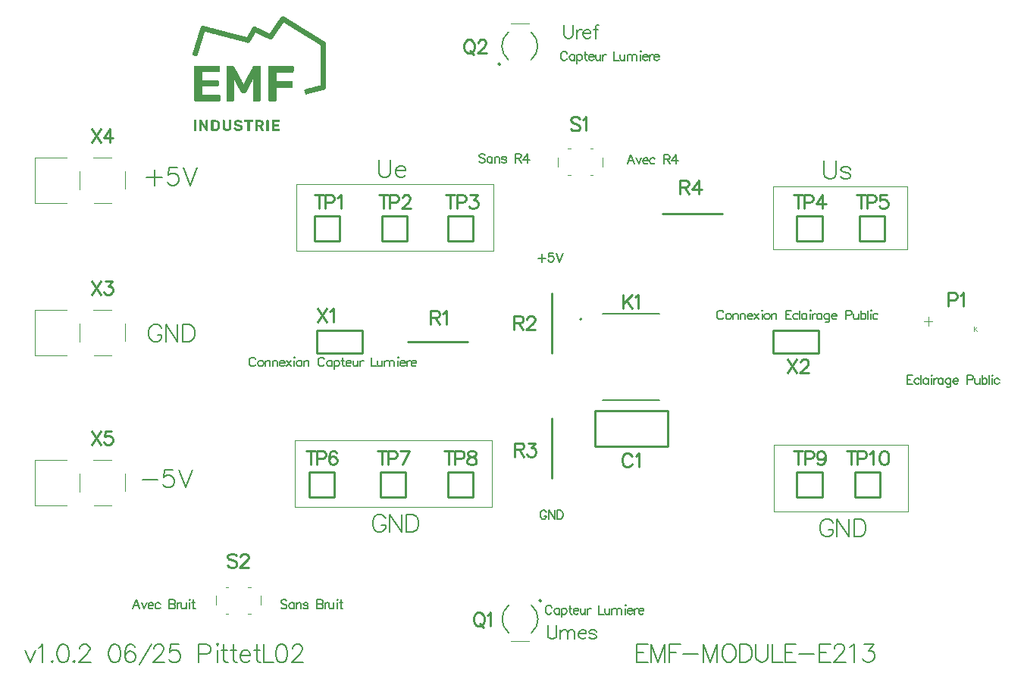
<source format=gbr>
G04*
G04 #@! TF.GenerationSoftware,Altium Limited,Altium Designer,24.1.2 (44)*
G04*
G04 Layer_Color=65535*
%FSLAX44Y44*%
%MOMM*%
G71*
G04*
G04 #@! TF.SameCoordinates,9659F079-296E-40C6-98A9-55E0524B4074*
G04*
G04*
G04 #@! TF.FilePolarity,Positive*
G04*
G01*
G75*
%ADD10C,0.2000*%
%ADD11C,0.1270*%
%ADD12C,0.0500*%
%ADD13C,0.1000*%
%ADD14C,0.2489*%
%ADD15C,0.2500*%
%ADD16C,0.2540*%
%ADD17C,0.1500*%
G36*
X431223Y698162D02*
X431356D01*
Y698029D01*
X431623D01*
Y697895D01*
X431756D01*
Y697629D01*
X431889D01*
Y697496D01*
X432023D01*
Y658979D01*
X431889D01*
Y658846D01*
X431756D01*
Y658579D01*
X431489D01*
Y658446D01*
X431356D01*
Y658313D01*
X431090D01*
Y658180D01*
X424426D01*
Y658313D01*
X424026D01*
Y658446D01*
X423893D01*
Y658579D01*
X423759D01*
Y658713D01*
X423626D01*
Y658846D01*
X423493D01*
Y659379D01*
X423360D01*
Y682436D01*
X423226D01*
Y682302D01*
X423093D01*
Y682036D01*
X422960D01*
Y681769D01*
X422827D01*
Y681503D01*
X422693D01*
Y681369D01*
X422560D01*
Y680969D01*
X422427D01*
Y680703D01*
X422294D01*
Y680570D01*
X422160D01*
Y680303D01*
X422027D01*
Y680037D01*
X421894D01*
Y679770D01*
X421760D01*
Y679503D01*
X421627D01*
Y679370D01*
X421494D01*
Y678970D01*
X421361D01*
Y678704D01*
X421227D01*
Y678571D01*
X421094D01*
Y678304D01*
X420961D01*
Y678037D01*
X420827D01*
Y677771D01*
X420694D01*
Y677504D01*
X420561D01*
Y677371D01*
X420428D01*
Y676971D01*
X420294D01*
Y676705D01*
X420161D01*
Y676572D01*
X420028D01*
Y676305D01*
X419895D01*
Y676038D01*
X419761D01*
Y675772D01*
X419628D01*
Y675505D01*
X419495D01*
Y675372D01*
X419361D01*
Y674972D01*
X419228D01*
Y674706D01*
X419095D01*
Y674572D01*
X418962D01*
Y674306D01*
X418828D01*
Y674039D01*
X418695D01*
Y673773D01*
X418562D01*
Y673506D01*
X418428D01*
Y673373D01*
X418295D01*
Y673106D01*
X418162D01*
Y672707D01*
X418029D01*
Y672573D01*
X417895D01*
Y672307D01*
X417762D01*
Y672040D01*
X417629D01*
Y671774D01*
X417496D01*
Y671507D01*
X417362D01*
Y671374D01*
X417229D01*
Y671107D01*
X417096D01*
Y670707D01*
X416963D01*
Y670574D01*
X416829D01*
Y670307D01*
X416696D01*
Y670041D01*
X416563D01*
Y669774D01*
X416429D01*
Y669508D01*
X416296D01*
Y669375D01*
X416163D01*
Y669108D01*
X416030D01*
Y668841D01*
X415896D01*
Y668708D01*
X415763D01*
Y668442D01*
X415630D01*
Y668308D01*
X415363D01*
Y668175D01*
X415230D01*
Y668042D01*
X414963D01*
Y667909D01*
X414697D01*
Y667775D01*
X411098D01*
Y667909D01*
X410699D01*
Y668042D01*
X410432D01*
Y668175D01*
X410299D01*
Y668308D01*
X410165D01*
Y668442D01*
X410032D01*
Y668575D01*
X409899D01*
Y668708D01*
X409766D01*
Y668841D01*
X409632D01*
Y669108D01*
X409499D01*
Y669241D01*
X409366D01*
Y669641D01*
X409233D01*
Y669774D01*
X409099D01*
Y670041D01*
X408966D01*
Y670307D01*
X408833D01*
Y670574D01*
X408699D01*
Y670841D01*
X408566D01*
Y671107D01*
X408433D01*
Y671240D01*
X408300D01*
Y671507D01*
X408166D01*
Y671774D01*
X408033D01*
Y672040D01*
X407900D01*
Y672307D01*
X407766D01*
Y672573D01*
X407633D01*
Y672840D01*
X407500D01*
Y673106D01*
X407367D01*
Y673240D01*
X407234D01*
Y673506D01*
X407100D01*
Y673773D01*
X406967D01*
Y674039D01*
X406834D01*
Y674306D01*
X406700D01*
Y674572D01*
X406567D01*
Y674839D01*
X406434D01*
Y675105D01*
X406301D01*
Y675239D01*
X406167D01*
Y675505D01*
X406034D01*
Y675772D01*
X405901D01*
Y676038D01*
X405767D01*
Y676305D01*
X405634D01*
Y676572D01*
X405501D01*
Y676838D01*
X405368D01*
Y677105D01*
X405234D01*
Y677238D01*
X405101D01*
Y677504D01*
X404968D01*
Y677771D01*
X404835D01*
Y678037D01*
X404701D01*
Y678304D01*
X404568D01*
Y678437D01*
X404435D01*
Y678837D01*
X404301D01*
Y679104D01*
X404168D01*
Y679237D01*
X404035D01*
Y679503D01*
X403902D01*
Y679770D01*
X403768D01*
Y680037D01*
X403635D01*
Y680303D01*
X403502D01*
Y680570D01*
X403368D01*
Y680836D01*
X403235D01*
Y681103D01*
X403102D01*
Y681236D01*
X402969D01*
Y681503D01*
X402835D01*
Y681769D01*
X402702D01*
Y682036D01*
X402569D01*
Y682302D01*
X402436D01*
Y682436D01*
X402302D01*
Y676838D01*
Y676705D01*
Y659246D01*
X402169D01*
Y658846D01*
X402036D01*
Y658713D01*
X401903D01*
Y658579D01*
X401769D01*
Y658446D01*
X401503D01*
Y658313D01*
X401369D01*
Y658180D01*
X394572D01*
Y658313D01*
X394439D01*
Y658446D01*
X394173D01*
Y658579D01*
X394039D01*
Y658713D01*
X393906D01*
Y658846D01*
X393773D01*
Y659112D01*
X393639D01*
Y697496D01*
X393773D01*
Y697762D01*
X393906D01*
Y697895D01*
X394039D01*
Y698029D01*
X394306D01*
Y698162D01*
X394439D01*
Y698295D01*
X401103D01*
Y698162D01*
X401369D01*
Y698029D01*
X401636D01*
Y697895D01*
X401769D01*
Y697762D01*
X401903D01*
Y697496D01*
X402036D01*
Y697362D01*
X402169D01*
Y697229D01*
X402302D01*
Y696963D01*
X402436D01*
Y696829D01*
X402569D01*
Y696563D01*
X402702D01*
Y696296D01*
X402835D01*
Y696030D01*
X402969D01*
Y695763D01*
X403102D01*
Y695630D01*
X403235D01*
Y695363D01*
X403368D01*
Y694963D01*
X403502D01*
Y694830D01*
X403635D01*
Y694564D01*
X403768D01*
Y694297D01*
X403902D01*
Y694031D01*
X404035D01*
Y693764D01*
X404168D01*
Y693631D01*
X404301D01*
Y693364D01*
X404435D01*
Y693098D01*
X404568D01*
Y692831D01*
X404701D01*
Y692564D01*
X404835D01*
Y692298D01*
X404968D01*
Y692165D01*
X405101D01*
Y691765D01*
X405234D01*
Y691631D01*
X405368D01*
Y691365D01*
X405501D01*
Y691098D01*
X405634D01*
Y690965D01*
X405767D01*
Y690565D01*
X405901D01*
Y690432D01*
X406034D01*
Y690165D01*
X406167D01*
Y689899D01*
X406301D01*
Y689766D01*
X406434D01*
Y689366D01*
X406567D01*
Y689099D01*
X406700D01*
Y688966D01*
X406834D01*
Y688699D01*
X406967D01*
Y688433D01*
X407100D01*
Y688166D01*
X407234D01*
Y687900D01*
X407367D01*
Y687766D01*
X407500D01*
Y687500D01*
X407633D01*
Y687233D01*
X407766D01*
Y686967D01*
X407900D01*
Y686700D01*
X408033D01*
Y686434D01*
X408166D01*
Y686167D01*
X408300D01*
Y685901D01*
X408433D01*
Y685767D01*
X408566D01*
Y685501D01*
X408699D01*
Y685234D01*
X408833D01*
Y684968D01*
X408966D01*
Y684701D01*
X409099D01*
Y684568D01*
X409233D01*
Y684301D01*
X409366D01*
Y684035D01*
X409499D01*
Y683768D01*
X409632D01*
Y683502D01*
X409766D01*
Y683235D01*
X409899D01*
Y683102D01*
X410032D01*
Y682835D01*
X410165D01*
Y682569D01*
X410299D01*
Y682302D01*
X410432D01*
Y682036D01*
X410565D01*
Y681769D01*
X410699D01*
Y681636D01*
X410832D01*
Y681236D01*
X410965D01*
Y681103D01*
X411098D01*
Y680836D01*
X411232D01*
Y680570D01*
X411365D01*
Y680303D01*
X411498D01*
Y680037D01*
X411632D01*
Y679903D01*
X411765D01*
Y679637D01*
X411898D01*
Y679370D01*
X412031D01*
Y679104D01*
X412165D01*
Y678837D01*
X412298D01*
Y678571D01*
X412431D01*
Y678437D01*
X412565D01*
Y678037D01*
X412964D01*
Y678304D01*
X413097D01*
Y678437D01*
X413231D01*
Y678704D01*
X413364D01*
Y678970D01*
X413497D01*
Y679237D01*
X413631D01*
Y679503D01*
X413764D01*
Y679637D01*
X413897D01*
Y679903D01*
X414030D01*
Y680170D01*
X414164D01*
Y680436D01*
X414297D01*
Y680703D01*
X414430D01*
Y680836D01*
X414564D01*
Y681103D01*
X414697D01*
Y681369D01*
X414830D01*
Y681636D01*
X414963D01*
Y681902D01*
X415097D01*
Y682169D01*
X415230D01*
Y682302D01*
X415363D01*
Y682569D01*
X415496D01*
Y682835D01*
X415630D01*
Y683102D01*
X415763D01*
Y683369D01*
X415896D01*
Y683502D01*
X416030D01*
Y683768D01*
X416163D01*
Y684035D01*
X416296D01*
Y684301D01*
X416429D01*
Y684568D01*
X416563D01*
Y684835D01*
X416696D01*
Y684968D01*
X416829D01*
Y685234D01*
X416963D01*
Y685501D01*
X417096D01*
Y685767D01*
X417229D01*
Y686034D01*
X417362D01*
Y686167D01*
X417496D01*
Y686434D01*
X417629D01*
Y686700D01*
X417762D01*
Y686967D01*
X417895D01*
Y687233D01*
X418029D01*
Y687367D01*
X418162D01*
Y687633D01*
X418295D01*
Y688033D01*
X418428D01*
Y688166D01*
X418562D01*
Y688433D01*
X418695D01*
Y688699D01*
X418828D01*
Y688966D01*
X418962D01*
Y689233D01*
X419095D01*
Y689366D01*
X419228D01*
Y689632D01*
X419361D01*
Y689899D01*
X419495D01*
Y690165D01*
X419628D01*
Y690432D01*
X419761D01*
Y690565D01*
X419895D01*
Y690832D01*
X420028D01*
Y691098D01*
X420161D01*
Y691365D01*
X420294D01*
Y691631D01*
X420428D01*
Y691898D01*
X420561D01*
Y692031D01*
X420694D01*
Y692298D01*
X420827D01*
Y692564D01*
X420961D01*
Y692831D01*
X421094D01*
Y693098D01*
X421227D01*
Y693231D01*
X421361D01*
Y693497D01*
X421494D01*
Y693764D01*
X421627D01*
Y694031D01*
X421760D01*
Y694297D01*
X421894D01*
Y694564D01*
X422027D01*
Y694697D01*
X422160D01*
Y694963D01*
X422294D01*
Y695230D01*
X422427D01*
Y695497D01*
X422560D01*
Y695763D01*
X422693D01*
Y695896D01*
X422827D01*
Y696163D01*
X422960D01*
Y696429D01*
X423093D01*
Y696696D01*
X423226D01*
Y696963D01*
X423360D01*
Y697096D01*
X423493D01*
Y697362D01*
X423626D01*
Y697496D01*
X423759D01*
Y697629D01*
X423893D01*
Y697762D01*
X424026D01*
Y697895D01*
X424159D01*
Y698029D01*
X424293D01*
Y698162D01*
X424559D01*
Y698295D01*
X431223D01*
Y698162D01*
D02*
G37*
G36*
X457211Y753338D02*
X457611D01*
Y753204D01*
X458011D01*
Y753071D01*
X458278D01*
Y752938D01*
X458411D01*
Y752805D01*
X458677D01*
Y752671D01*
X458944D01*
Y752538D01*
X459077D01*
Y752405D01*
X459344D01*
Y752271D01*
X459477D01*
Y752138D01*
X459744D01*
Y752005D01*
X460010D01*
Y751872D01*
X460144D01*
Y751738D01*
X460410D01*
Y751605D01*
X460677D01*
Y751472D01*
X460810D01*
Y751339D01*
X461076D01*
Y751205D01*
X461210D01*
Y751072D01*
X461476D01*
Y750939D01*
X461743D01*
Y750806D01*
X461876D01*
Y750672D01*
X462143D01*
Y750539D01*
X462409D01*
Y750406D01*
X462542D01*
Y750272D01*
X462809D01*
Y750139D01*
X462942D01*
Y750006D01*
X463209D01*
Y749873D01*
X463475D01*
Y749739D01*
X463609D01*
Y749606D01*
X463875D01*
Y749473D01*
X464142D01*
Y749340D01*
X464275D01*
Y749206D01*
X464542D01*
Y749073D01*
X464675D01*
Y748940D01*
X464941D01*
Y748806D01*
X465208D01*
Y748673D01*
X465341D01*
Y748540D01*
X465608D01*
Y748407D01*
X465874D01*
Y748273D01*
X466008D01*
Y748140D01*
X466274D01*
Y748007D01*
X466407D01*
Y747874D01*
X466674D01*
Y747740D01*
X466940D01*
Y747607D01*
X467074D01*
Y747474D01*
X467340D01*
Y747340D01*
X467607D01*
Y747207D01*
X467740D01*
Y747074D01*
X468007D01*
Y746941D01*
X468140D01*
Y746807D01*
X468407D01*
Y746674D01*
X468673D01*
Y746541D01*
X468806D01*
Y746407D01*
X469073D01*
Y746274D01*
X469339D01*
Y746141D01*
X469473D01*
Y746008D01*
X469739D01*
Y745874D01*
X469873D01*
Y745741D01*
X470139D01*
Y745608D01*
X470406D01*
Y745474D01*
X470539D01*
Y745341D01*
X470806D01*
Y745208D01*
X471072D01*
Y745075D01*
X471205D01*
Y744941D01*
X471472D01*
Y744808D01*
X471605D01*
Y744675D01*
X471872D01*
Y744542D01*
X472138D01*
Y744408D01*
X472271D01*
Y744275D01*
X472538D01*
Y744142D01*
X472805D01*
Y744008D01*
X472938D01*
Y743875D01*
X473204D01*
Y743742D01*
X473338D01*
Y743609D01*
X473604D01*
Y743475D01*
X473871D01*
Y743342D01*
X474004D01*
Y743209D01*
X474271D01*
Y743076D01*
X474537D01*
Y742942D01*
X474670D01*
Y742809D01*
X474937D01*
Y742676D01*
X475070D01*
Y742542D01*
X475337D01*
Y742409D01*
X475603D01*
Y742276D01*
X475737D01*
Y742143D01*
X476003D01*
Y742009D01*
X476137D01*
Y741876D01*
X476403D01*
Y741743D01*
X476670D01*
Y741609D01*
X476803D01*
Y741476D01*
X477069D01*
Y741343D01*
X477336D01*
Y741210D01*
X477469D01*
Y741076D01*
X477736D01*
Y740943D01*
X478002D01*
Y740810D01*
X478136D01*
Y740677D01*
X478402D01*
Y740543D01*
X478535D01*
Y740410D01*
X478802D01*
Y740277D01*
X479069D01*
Y740144D01*
X479202D01*
Y740010D01*
X479468D01*
Y739877D01*
X479602D01*
Y739744D01*
X479868D01*
Y739610D01*
X480135D01*
Y739477D01*
X480268D01*
Y739344D01*
X480535D01*
Y739211D01*
X480801D01*
Y739077D01*
X480934D01*
Y738944D01*
X481201D01*
Y738811D01*
X481334D01*
Y738678D01*
X481601D01*
Y738544D01*
X481867D01*
Y738411D01*
X482001D01*
Y738278D01*
X482267D01*
Y738144D01*
X482534D01*
Y738011D01*
X482667D01*
Y737878D01*
X482934D01*
Y737745D01*
X483067D01*
Y737611D01*
X483333D01*
Y737478D01*
X483600D01*
Y737345D01*
X483733D01*
Y737212D01*
X484000D01*
Y737078D01*
X484266D01*
Y736945D01*
X484399D01*
Y736812D01*
X484666D01*
Y736678D01*
X484799D01*
Y736545D01*
X485066D01*
Y736412D01*
X485332D01*
Y736279D01*
X485466D01*
Y736145D01*
X485732D01*
Y736012D01*
X485999D01*
Y735879D01*
X486132D01*
Y735745D01*
X486399D01*
Y735612D01*
X486532D01*
Y735479D01*
X486799D01*
Y735346D01*
X487065D01*
Y735212D01*
X487198D01*
Y735079D01*
X487465D01*
Y734946D01*
X487731D01*
Y734812D01*
X487865D01*
Y734679D01*
X488131D01*
Y734546D01*
X488265D01*
Y734413D01*
X488531D01*
Y734279D01*
X488798D01*
Y734146D01*
X488931D01*
Y734013D01*
X489197D01*
Y733880D01*
X489331D01*
Y733746D01*
X489597D01*
Y733613D01*
X489864D01*
Y733480D01*
X489997D01*
Y733346D01*
X490264D01*
Y733213D01*
X490530D01*
Y733080D01*
X490663D01*
Y732947D01*
X490930D01*
Y732813D01*
X491197D01*
Y732680D01*
X491330D01*
Y732547D01*
X491596D01*
Y732414D01*
X491730D01*
Y732280D01*
X491996D01*
Y732147D01*
X492263D01*
Y732014D01*
X492396D01*
Y731880D01*
X492663D01*
Y731747D01*
X492929D01*
Y731614D01*
X493062D01*
Y731481D01*
X493329D01*
Y731347D01*
X493462D01*
Y731214D01*
X493729D01*
Y731081D01*
X493995D01*
Y730948D01*
X494129D01*
Y730814D01*
X494395D01*
Y730681D01*
X494528D01*
Y730548D01*
X494795D01*
Y730415D01*
X495061D01*
Y730281D01*
X495195D01*
Y730148D01*
X495461D01*
Y730015D01*
X495728D01*
Y729881D01*
X495861D01*
Y729748D01*
X496128D01*
Y729615D01*
X496261D01*
Y729482D01*
X496527D01*
Y729348D01*
X496794D01*
Y729215D01*
X496927D01*
Y729082D01*
X497194D01*
Y728948D01*
X497327D01*
Y728815D01*
X497594D01*
Y728682D01*
X497727D01*
Y728549D01*
X497994D01*
Y728415D01*
X498260D01*
Y728282D01*
X498527D01*
Y728149D01*
X498660D01*
Y728016D01*
X498927D01*
Y727882D01*
X499060D01*
Y727749D01*
X499326D01*
Y727616D01*
X499593D01*
Y727482D01*
X499726D01*
Y727349D01*
X499993D01*
Y727216D01*
X500126D01*
Y727083D01*
X500392D01*
Y726949D01*
X500659D01*
Y726816D01*
X500792D01*
Y726683D01*
X501059D01*
Y726550D01*
X501325D01*
Y726416D01*
X501459D01*
Y726283D01*
X501725D01*
Y726150D01*
X501858D01*
Y726016D01*
X502125D01*
Y725883D01*
X502258D01*
Y725750D01*
X502525D01*
Y725617D01*
X502791D01*
Y725483D01*
X502925D01*
Y725350D01*
X503191D01*
Y725217D01*
X503458D01*
Y725083D01*
X503591D01*
Y724950D01*
X503724D01*
Y724817D01*
X503858D01*
Y724684D01*
X503991D01*
Y724550D01*
X504124D01*
Y724284D01*
X504258D01*
Y724017D01*
X504391D01*
Y723884D01*
X504524D01*
Y723218D01*
X504657D01*
Y673506D01*
X504524D01*
Y672973D01*
X504391D01*
Y672707D01*
X504258D01*
Y672440D01*
X504124D01*
Y672307D01*
X503991D01*
Y672173D01*
X503858D01*
Y672040D01*
X503724D01*
Y671907D01*
X503591D01*
Y671774D01*
X503458D01*
Y671640D01*
X503191D01*
Y671507D01*
X503058D01*
Y671374D01*
X502791D01*
Y671240D01*
X502258D01*
Y671107D01*
X501858D01*
Y670974D01*
X501192D01*
Y670841D01*
X500792D01*
Y670707D01*
X500259D01*
Y670574D01*
X499726D01*
Y670441D01*
X499326D01*
Y670307D01*
X498793D01*
Y670174D01*
X498260D01*
Y670041D01*
X497727D01*
Y669908D01*
X497194D01*
Y669774D01*
X496661D01*
Y669641D01*
X496261D01*
Y669508D01*
X495595D01*
Y669375D01*
X495328D01*
Y669241D01*
X494662D01*
Y669108D01*
X494129D01*
Y668975D01*
X493729D01*
Y668841D01*
X493062D01*
Y668708D01*
X492663D01*
Y668575D01*
X492130D01*
Y668442D01*
X491596D01*
Y668308D01*
X491197D01*
Y668175D01*
X490663D01*
Y668042D01*
X489997D01*
Y667909D01*
X489730D01*
Y667775D01*
X489064D01*
Y667642D01*
X488664D01*
Y667509D01*
X488131D01*
Y667375D01*
X487465D01*
Y667242D01*
X487065D01*
Y667109D01*
X486532D01*
Y666976D01*
X485999D01*
Y666842D01*
X485599D01*
Y666709D01*
X484933D01*
Y666576D01*
X484533D01*
Y666443D01*
X484000D01*
Y666309D01*
X483467D01*
Y666176D01*
X483067D01*
Y666043D01*
X482267D01*
Y666176D01*
X482001D01*
Y666309D01*
X481867D01*
Y666443D01*
X481734D01*
Y666709D01*
X481601D01*
Y667109D01*
X481468D01*
Y667775D01*
X481334D01*
Y668175D01*
X481201D01*
Y668708D01*
X481068D01*
Y669241D01*
X480934D01*
Y669641D01*
X480801D01*
Y670307D01*
X480668D01*
Y671240D01*
X480801D01*
Y671507D01*
X480934D01*
Y671640D01*
X481201D01*
Y671774D01*
X481601D01*
Y671907D01*
X482001D01*
Y672040D01*
X482667D01*
Y672173D01*
X483067D01*
Y672307D01*
X483600D01*
Y672440D01*
X484133D01*
Y672573D01*
X484533D01*
Y672707D01*
X485066D01*
Y672840D01*
X485732D01*
Y672973D01*
X486132D01*
Y673106D01*
X486665D01*
Y673240D01*
X487198D01*
Y673373D01*
X487598D01*
Y673506D01*
X488265D01*
Y673639D01*
X488531D01*
Y673773D01*
X489197D01*
Y673906D01*
X489730D01*
Y674039D01*
X490130D01*
Y674173D01*
X490797D01*
Y674306D01*
X491197D01*
Y674439D01*
X491730D01*
Y674572D01*
X492263D01*
Y674706D01*
X492663D01*
Y674839D01*
X493196D01*
Y674972D01*
X493862D01*
Y675105D01*
X494262D01*
Y675239D01*
X494795D01*
Y675372D01*
X495195D01*
Y675505D01*
X495728D01*
Y675639D01*
X496394D01*
Y675772D01*
X496794D01*
Y675905D01*
X497327D01*
Y676038D01*
X497860D01*
Y676172D01*
X498260D01*
Y676305D01*
X498660D01*
Y676438D01*
X498793D01*
Y676572D01*
X498660D01*
Y720819D01*
X498793D01*
Y720952D01*
X498660D01*
Y721218D01*
X498393D01*
Y721352D01*
X498260D01*
Y721485D01*
X497994D01*
Y721618D01*
X497860D01*
Y721752D01*
X497594D01*
Y721885D01*
X497327D01*
Y722018D01*
X497194D01*
Y722151D01*
X496927D01*
Y722285D01*
X496661D01*
Y722418D01*
X496527D01*
Y722551D01*
X496261D01*
Y722684D01*
X495994D01*
Y722818D01*
X495861D01*
Y722951D01*
X495595D01*
Y723084D01*
X495461D01*
Y723218D01*
X495195D01*
Y723351D01*
X494928D01*
Y723484D01*
X494795D01*
Y723617D01*
X494528D01*
Y723751D01*
X494395D01*
Y723884D01*
X494129D01*
Y724017D01*
X493862D01*
Y724150D01*
X493729D01*
Y724284D01*
X493462D01*
Y724417D01*
X493196D01*
Y724550D01*
X493062D01*
Y724684D01*
X492796D01*
Y724817D01*
X492663D01*
Y724950D01*
X492396D01*
Y725083D01*
X492130D01*
Y725217D01*
X491996D01*
Y725350D01*
X491730D01*
Y725483D01*
X491463D01*
Y725617D01*
X491330D01*
Y725750D01*
X491063D01*
Y725883D01*
X490930D01*
Y726016D01*
X490663D01*
Y726150D01*
X490397D01*
Y726283D01*
X490264D01*
Y726416D01*
X489997D01*
Y726550D01*
X489730D01*
Y726683D01*
X489597D01*
Y726816D01*
X489331D01*
Y726949D01*
X489197D01*
Y727083D01*
X488931D01*
Y727216D01*
X488664D01*
Y727349D01*
X488531D01*
Y727482D01*
X488265D01*
Y727616D01*
X487998D01*
Y727749D01*
X487865D01*
Y727882D01*
X487598D01*
Y728016D01*
X487465D01*
Y728149D01*
X487198D01*
Y728282D01*
X486932D01*
Y728415D01*
X486799D01*
Y728549D01*
X486532D01*
Y728682D01*
X486265D01*
Y728815D01*
X486132D01*
Y728948D01*
X485866D01*
Y729082D01*
X485732D01*
Y729215D01*
X485466D01*
Y729348D01*
X485199D01*
Y729482D01*
X485066D01*
Y729615D01*
X484799D01*
Y729748D01*
X484533D01*
Y729881D01*
X484399D01*
Y730015D01*
X484133D01*
Y730148D01*
X484000D01*
Y730281D01*
X483733D01*
Y730415D01*
X483467D01*
Y730548D01*
X483333D01*
Y730681D01*
X483067D01*
Y730814D01*
X482800D01*
Y730948D01*
X482667D01*
Y731081D01*
X482400D01*
Y731214D01*
X482267D01*
Y731347D01*
X482001D01*
Y731481D01*
X481734D01*
Y731614D01*
X481601D01*
Y731747D01*
X481334D01*
Y731880D01*
X481068D01*
Y732014D01*
X480934D01*
Y732147D01*
X480668D01*
Y732280D01*
X480535D01*
Y732414D01*
X480268D01*
Y732547D01*
X480001D01*
Y732680D01*
X479868D01*
Y732813D01*
X479602D01*
Y732947D01*
X479468D01*
Y733080D01*
X479202D01*
Y733213D01*
X478935D01*
Y733346D01*
X478802D01*
Y733480D01*
X478535D01*
Y733613D01*
X478269D01*
Y733746D01*
X478136D01*
Y733880D01*
X477869D01*
Y734013D01*
X477736D01*
Y734146D01*
X477469D01*
Y734279D01*
X477203D01*
Y734413D01*
X477069D01*
Y734546D01*
X476803D01*
Y734679D01*
X476536D01*
Y734812D01*
X476403D01*
Y734946D01*
X476137D01*
Y735079D01*
X476003D01*
Y735212D01*
X475737D01*
Y735346D01*
X475470D01*
Y735479D01*
X475337D01*
Y735612D01*
X475070D01*
Y735745D01*
X474804D01*
Y735879D01*
X474670D01*
Y736012D01*
X474404D01*
Y736145D01*
X474137D01*
Y736279D01*
X474004D01*
Y736412D01*
X473738D01*
Y736545D01*
X473604D01*
Y736678D01*
X473338D01*
Y736812D01*
X473071D01*
Y736945D01*
X472938D01*
Y737078D01*
X472671D01*
Y737212D01*
X472538D01*
Y737345D01*
X472271D01*
Y737478D01*
X472005D01*
Y737611D01*
X471872D01*
Y737745D01*
X471605D01*
Y737878D01*
X471339D01*
Y738011D01*
X471205D01*
Y738144D01*
X470939D01*
Y738278D01*
X470672D01*
Y738411D01*
X470539D01*
Y738544D01*
X470272D01*
Y738678D01*
X470139D01*
Y738811D01*
X469873D01*
Y738944D01*
X469606D01*
Y739077D01*
X469473D01*
Y739211D01*
X469206D01*
Y739344D01*
X469073D01*
Y739477D01*
X468806D01*
Y739610D01*
X468540D01*
Y739744D01*
X468407D01*
Y739877D01*
X468140D01*
Y740010D01*
X467873D01*
Y740144D01*
X467740D01*
Y740277D01*
X467474D01*
Y740410D01*
X467340D01*
Y740543D01*
X467074D01*
Y740677D01*
X466807D01*
Y740810D01*
X466674D01*
Y740943D01*
X466407D01*
Y741076D01*
X466141D01*
Y741210D01*
X466008D01*
Y741343D01*
X465741D01*
Y741476D01*
X465608D01*
Y741609D01*
X465341D01*
Y741743D01*
X465075D01*
Y741876D01*
X464941D01*
Y742009D01*
X464675D01*
Y742143D01*
X464408D01*
Y742276D01*
X464275D01*
Y742409D01*
X464008D01*
Y742542D01*
X463875D01*
Y742676D01*
X463609D01*
Y742809D01*
X463342D01*
Y742942D01*
X463209D01*
Y743076D01*
X462942D01*
Y743209D01*
X462676D01*
Y743342D01*
X462542D01*
Y743475D01*
X462276D01*
Y743609D01*
X462143D01*
Y743742D01*
X461876D01*
Y743875D01*
X461610D01*
Y744008D01*
X461476D01*
Y744142D01*
X461210D01*
Y744275D01*
X460943D01*
Y744408D01*
X460810D01*
Y744542D01*
X460543D01*
Y744675D01*
X460410D01*
Y744808D01*
X460144D01*
Y744941D01*
X459877D01*
Y745075D01*
X459744D01*
Y745208D01*
X459477D01*
Y745341D01*
X459211D01*
Y745474D01*
X459077D01*
Y745608D01*
X458811D01*
Y745741D01*
X458677D01*
Y745874D01*
X458411D01*
Y746008D01*
X458144D01*
Y746141D01*
X458011D01*
Y746274D01*
X457745D01*
Y746407D01*
X457478D01*
Y746274D01*
X457345D01*
Y746008D01*
X457211D01*
Y745874D01*
X457078D01*
Y745741D01*
X456945D01*
Y745474D01*
X456812D01*
Y745341D01*
X456678D01*
Y745075D01*
X456545D01*
Y744941D01*
X456412D01*
Y744675D01*
X456279D01*
Y744542D01*
X456145D01*
Y744275D01*
X456012D01*
Y744142D01*
X455879D01*
Y743875D01*
X455746D01*
Y743742D01*
X455612D01*
Y743475D01*
X455479D01*
Y743342D01*
X455346D01*
Y743209D01*
X455212D01*
Y742942D01*
X455079D01*
Y742809D01*
X454946D01*
Y742542D01*
X454813D01*
Y742409D01*
X454679D01*
Y742143D01*
X454546D01*
Y742009D01*
X454413D01*
Y741743D01*
X454280D01*
Y741609D01*
X454146D01*
Y741343D01*
X454013D01*
Y741210D01*
X453880D01*
Y741076D01*
X453746D01*
Y740810D01*
X453613D01*
Y740677D01*
X453480D01*
Y740410D01*
X453346D01*
Y740277D01*
X453213D01*
Y740010D01*
X453080D01*
Y739877D01*
X452947D01*
Y739610D01*
X452813D01*
Y739477D01*
X452680D01*
Y739211D01*
X452547D01*
Y739077D01*
X452414D01*
Y738811D01*
X452280D01*
Y738678D01*
X452147D01*
Y738544D01*
X452014D01*
Y738278D01*
X451880D01*
Y738144D01*
X451747D01*
Y737878D01*
X451614D01*
Y737611D01*
X451481D01*
Y737478D01*
X451347D01*
Y737345D01*
X451214D01*
Y737078D01*
X451081D01*
Y736945D01*
X450948D01*
Y736678D01*
X450814D01*
Y736545D01*
X450681D01*
Y736412D01*
X450548D01*
Y736145D01*
X450415D01*
Y736012D01*
X450281D01*
Y735745D01*
X450148D01*
Y735479D01*
X450015D01*
Y735346D01*
X449881D01*
Y735212D01*
X449748D01*
Y734946D01*
X449615D01*
Y734812D01*
X449482D01*
Y734546D01*
X449348D01*
Y734413D01*
X449215D01*
Y734146D01*
X449082D01*
Y734013D01*
X448949D01*
Y733880D01*
X448815D01*
Y733613D01*
X448682D01*
Y733346D01*
X448549D01*
Y733213D01*
X448415D01*
Y732947D01*
X448282D01*
Y732813D01*
X448149D01*
Y732680D01*
X448016D01*
Y732414D01*
X447882D01*
Y732280D01*
X447749D01*
Y732014D01*
X447616D01*
Y731880D01*
X447482D01*
Y731614D01*
X447349D01*
Y731481D01*
X447216D01*
Y731214D01*
X447083D01*
Y731081D01*
X446949D01*
Y730814D01*
X446816D01*
Y730681D01*
X446683D01*
Y730415D01*
X446549D01*
Y730281D01*
X446416D01*
Y730148D01*
X446283D01*
Y729881D01*
X446150D01*
Y729748D01*
X446016D01*
Y729482D01*
X445883D01*
Y729348D01*
X445750D01*
Y729082D01*
X445617D01*
Y728948D01*
X445483D01*
Y728682D01*
X445350D01*
Y728549D01*
X445217D01*
Y728415D01*
X445084D01*
Y728282D01*
X444950D01*
Y728149D01*
X444817D01*
Y728016D01*
X444684D01*
Y727882D01*
X444417D01*
Y727749D01*
X444151D01*
Y727616D01*
X443884D01*
Y727482D01*
X441885D01*
Y727616D01*
X441618D01*
Y727749D01*
X441352D01*
Y727882D01*
X441085D01*
Y728016D01*
X440819D01*
Y728149D01*
X440552D01*
Y728282D01*
X440286D01*
Y728415D01*
X440019D01*
Y728549D01*
X439753D01*
Y728682D01*
X439486D01*
Y728815D01*
X439219D01*
Y728948D01*
X438820D01*
Y729082D01*
X438686D01*
Y729215D01*
X438287D01*
Y729348D01*
X438020D01*
Y729482D01*
X437753D01*
Y729615D01*
X437487D01*
Y729748D01*
X437220D01*
Y729881D01*
X436954D01*
Y730015D01*
X436687D01*
Y730148D01*
X436421D01*
Y730281D01*
X436154D01*
Y730415D01*
X435754D01*
Y730548D01*
X435621D01*
Y730681D01*
X435221D01*
Y730814D01*
X435088D01*
Y730948D01*
X434821D01*
Y731081D01*
X434422D01*
Y731214D01*
X434155D01*
Y731347D01*
X433888D01*
Y731481D01*
X433622D01*
Y731614D01*
X433489D01*
Y731747D01*
X433089D01*
Y731880D01*
X432822D01*
Y732014D01*
X432556D01*
Y732147D01*
X432289D01*
Y732280D01*
X432023D01*
Y732414D01*
X431756D01*
Y732547D01*
X431356D01*
Y732680D01*
X431223D01*
Y732813D01*
X430823D01*
Y732947D01*
X430690D01*
Y733080D01*
X430423D01*
Y733213D01*
X430023D01*
Y733346D01*
X429757D01*
Y733480D01*
X429490D01*
Y733613D01*
X429224D01*
Y733746D01*
X428957D01*
Y733880D01*
X428691D01*
Y734013D01*
X428424D01*
Y734146D01*
X428158D01*
Y734279D01*
X427758D01*
Y734413D01*
X427625D01*
Y734546D01*
X427358D01*
Y734679D01*
X426958D01*
Y734812D01*
X426692D01*
Y734946D01*
X426425D01*
Y735079D01*
X426158D01*
Y734812D01*
X426025D01*
Y734546D01*
X425892D01*
Y734413D01*
X425759D01*
Y734146D01*
X425625D01*
Y733880D01*
X425492D01*
Y733746D01*
X425359D01*
Y733480D01*
X425225D01*
Y733213D01*
X425092D01*
Y733080D01*
X424959D01*
Y732813D01*
X424826D01*
Y732547D01*
X424692D01*
Y732280D01*
X424559D01*
Y732147D01*
X424426D01*
Y731880D01*
X424293D01*
Y731614D01*
X424159D01*
Y731481D01*
X424026D01*
Y731214D01*
X423893D01*
Y730948D01*
X423759D01*
Y730814D01*
X423626D01*
Y730548D01*
X423493D01*
Y730281D01*
X423360D01*
Y730148D01*
X423226D01*
Y729881D01*
X423093D01*
Y729615D01*
X422960D01*
Y729348D01*
X422827D01*
Y729082D01*
X422693D01*
Y728948D01*
X422560D01*
Y728682D01*
X422427D01*
Y728415D01*
X422294D01*
Y728282D01*
X422160D01*
Y728016D01*
X422027D01*
Y727749D01*
X421894D01*
Y727616D01*
X421760D01*
Y727349D01*
X421627D01*
Y727083D01*
X421494D01*
Y726816D01*
X421361D01*
Y726683D01*
X421227D01*
Y726416D01*
X421094D01*
Y726150D01*
X420961D01*
Y726016D01*
X420827D01*
Y725750D01*
X420694D01*
Y725483D01*
X420561D01*
Y725350D01*
X420428D01*
Y725083D01*
X420294D01*
Y724817D01*
X420161D01*
Y724684D01*
X420028D01*
Y724550D01*
X419895D01*
Y724417D01*
X419761D01*
Y724284D01*
X419495D01*
Y724150D01*
X419361D01*
Y724017D01*
X419095D01*
Y723884D01*
X418695D01*
Y723751D01*
X418162D01*
Y723617D01*
X417629D01*
Y723751D01*
X417096D01*
Y723884D01*
X416429D01*
Y724017D01*
X415896D01*
Y724150D01*
X415496D01*
Y724284D01*
X414963D01*
Y724417D01*
X414430D01*
Y724550D01*
X414030D01*
Y724684D01*
X413364D01*
Y724817D01*
X412964D01*
Y724950D01*
X412431D01*
Y725083D01*
X411898D01*
Y725217D01*
X411498D01*
Y725350D01*
X410832D01*
Y725483D01*
X410432D01*
Y725617D01*
X409899D01*
Y725750D01*
X409366D01*
Y725883D01*
X408966D01*
Y726016D01*
X408300D01*
Y726150D01*
X407766D01*
Y726283D01*
X407367D01*
Y726416D01*
X406834D01*
Y726550D01*
X406301D01*
Y726683D01*
X405767D01*
Y726816D01*
X405234D01*
Y726949D01*
X404835D01*
Y727083D01*
X404301D01*
Y727216D01*
X403768D01*
Y727349D01*
X403235D01*
Y727482D01*
X402702D01*
Y727616D01*
X402302D01*
Y727749D01*
X401769D01*
Y727882D01*
X401103D01*
Y728016D01*
X400703D01*
Y728149D01*
X400170D01*
Y728282D01*
X399637D01*
Y728415D01*
X399237D01*
Y728549D01*
X398571D01*
Y728682D01*
X398171D01*
Y728815D01*
X397638D01*
Y728948D01*
X397105D01*
Y729082D01*
X396705D01*
Y729215D01*
X396038D01*
Y729348D01*
X395505D01*
Y729482D01*
X395106D01*
Y729615D01*
X394572D01*
Y729748D01*
X394039D01*
Y729881D01*
X393506D01*
Y730015D01*
X392973D01*
Y730148D01*
X392573D01*
Y730281D01*
X392040D01*
Y730415D01*
X391507D01*
Y730548D01*
X390974D01*
Y730681D01*
X390441D01*
Y730814D01*
X390041D01*
Y730948D01*
X389508D01*
Y731081D01*
X388842D01*
Y731214D01*
X388575D01*
Y731347D01*
X387909D01*
Y731481D01*
X387375D01*
Y731614D01*
X386976D01*
Y731747D01*
X386309D01*
Y731880D01*
X385910D01*
Y732014D01*
X385376D01*
Y732147D01*
X384843D01*
Y732280D01*
X384444D01*
Y732414D01*
X383777D01*
Y732547D01*
X383244D01*
Y732680D01*
X382844D01*
Y732813D01*
X382311D01*
Y732947D01*
X381778D01*
Y733080D01*
X381378D01*
Y733213D01*
X380712D01*
Y733346D01*
X380312D01*
Y733480D01*
X379779D01*
Y733613D01*
X379246D01*
Y733746D01*
X378846D01*
Y733880D01*
X378180D01*
Y734013D01*
X377780D01*
Y734146D01*
X377247D01*
Y734279D01*
X376713D01*
Y734413D01*
X376314D01*
Y734546D01*
X375647D01*
Y734679D01*
X375114D01*
Y734812D01*
X374714D01*
Y734946D01*
X374181D01*
Y735079D01*
X373648D01*
Y735212D01*
X373115D01*
Y735346D01*
X372582D01*
Y735479D01*
X372182D01*
Y735612D01*
X371649D01*
Y735745D01*
X370983D01*
Y735879D01*
X370716D01*
Y736012D01*
X370050D01*
Y736145D01*
X369517D01*
Y735879D01*
X369383D01*
Y735612D01*
X369250D01*
Y735079D01*
X369117D01*
Y734546D01*
X368984D01*
Y734279D01*
X368850D01*
Y733746D01*
X368717D01*
Y733346D01*
X368584D01*
Y732947D01*
X368451D01*
Y732414D01*
X368317D01*
Y732147D01*
X368184D01*
Y731614D01*
X368051D01*
Y731081D01*
X367917D01*
Y730814D01*
X367784D01*
Y730281D01*
X367651D01*
Y729881D01*
X367518D01*
Y729482D01*
X367384D01*
Y728948D01*
X367251D01*
Y728682D01*
X367118D01*
Y728149D01*
X366984D01*
Y727749D01*
X366851D01*
Y727349D01*
X366718D01*
Y726816D01*
X366585D01*
Y726416D01*
X366451D01*
Y726016D01*
X366318D01*
Y725483D01*
X366185D01*
Y725217D01*
X366052D01*
Y724684D01*
X365918D01*
Y724284D01*
X365785D01*
Y723884D01*
X365652D01*
Y723351D01*
X365518D01*
Y722951D01*
X365385D01*
Y722551D01*
X365252D01*
Y722018D01*
X365119D01*
Y721752D01*
X364985D01*
Y721218D01*
X364852D01*
Y720685D01*
X364719D01*
Y720419D01*
X364585D01*
Y719886D01*
X364452D01*
Y719619D01*
X364319D01*
Y719086D01*
X364186D01*
Y718553D01*
X364052D01*
Y718286D01*
X363919D01*
Y717753D01*
X363786D01*
Y717354D01*
X363653D01*
Y716954D01*
X363519D01*
Y716421D01*
X363386D01*
Y716154D01*
X363253D01*
Y715621D01*
X363120D01*
Y715221D01*
X362986D01*
Y714821D01*
X362853D01*
Y714421D01*
X362720D01*
Y713888D01*
X362586D01*
Y713489D01*
X362453D01*
Y713089D01*
X362320D01*
Y712556D01*
X362187D01*
Y712156D01*
X362053D01*
Y711756D01*
X361920D01*
Y711356D01*
X361787D01*
Y710956D01*
X361654D01*
Y710423D01*
X361520D01*
Y710157D01*
X361387D01*
Y709624D01*
X361254D01*
Y709224D01*
X361120D01*
Y708957D01*
X360987D01*
Y708824D01*
X360854D01*
Y708691D01*
X360587D01*
Y708557D01*
X359921D01*
Y708691D01*
X359388D01*
Y708824D01*
X358988D01*
Y708957D01*
X358588D01*
Y709090D01*
X358055D01*
Y709224D01*
X357789D01*
Y709357D01*
X357255D01*
Y709490D01*
X356856D01*
Y709624D01*
X356456D01*
Y709757D01*
X356056D01*
Y709890D01*
X355923D01*
Y710023D01*
X355789D01*
Y710157D01*
X355656D01*
Y710423D01*
X355523D01*
Y711090D01*
X355656D01*
Y711623D01*
X355789D01*
Y711889D01*
X355923D01*
Y712422D01*
X356056D01*
Y712955D01*
X356189D01*
Y713222D01*
X356323D01*
Y713755D01*
X356456D01*
Y714155D01*
X356589D01*
Y714555D01*
X356722D01*
Y715088D01*
X356856D01*
Y715354D01*
X356989D01*
Y715888D01*
X357122D01*
Y716287D01*
X357255D01*
Y716687D01*
X357389D01*
Y717220D01*
X357522D01*
Y717620D01*
X357655D01*
Y718020D01*
X357789D01*
Y718420D01*
X357922D01*
Y718820D01*
X358055D01*
Y719219D01*
X358188D01*
Y719753D01*
X358322D01*
Y720152D01*
X358455D01*
Y720552D01*
X358588D01*
Y721085D01*
X358722D01*
Y721485D01*
X358855D01*
Y721885D01*
X358988D01*
Y722285D01*
X359121D01*
Y722684D01*
X359255D01*
Y723218D01*
X359388D01*
Y723617D01*
X359521D01*
Y724017D01*
X359654D01*
Y724550D01*
X359788D01*
Y724817D01*
X359921D01*
Y725350D01*
X360054D01*
Y725750D01*
X360187D01*
Y726150D01*
X360321D01*
Y726683D01*
X360454D01*
Y726949D01*
X360587D01*
Y727482D01*
X360721D01*
Y728016D01*
X360854D01*
Y728282D01*
X360987D01*
Y728815D01*
X361120D01*
Y729215D01*
X361254D01*
Y729615D01*
X361387D01*
Y730148D01*
X361520D01*
Y730415D01*
X361654D01*
Y730948D01*
X361787D01*
Y731347D01*
X361920D01*
Y731747D01*
X362053D01*
Y732280D01*
X362187D01*
Y732680D01*
X362320D01*
Y733080D01*
X362453D01*
Y733613D01*
X362586D01*
Y733880D01*
X362720D01*
Y734413D01*
X362853D01*
Y734812D01*
X362986D01*
Y735212D01*
X363120D01*
Y735745D01*
X363253D01*
Y736145D01*
X363386D01*
Y736545D01*
X363519D01*
Y737078D01*
X363653D01*
Y737345D01*
X363786D01*
Y737878D01*
X363919D01*
Y738278D01*
X364052D01*
Y738678D01*
X364186D01*
Y739211D01*
X364319D01*
Y739610D01*
X364452D01*
Y740010D01*
X364585D01*
Y740543D01*
X364719D01*
Y740810D01*
X364852D01*
Y741210D01*
X364985D01*
Y741343D01*
X365119D01*
Y741609D01*
X365252D01*
Y741743D01*
X365385D01*
Y741876D01*
X365518D01*
Y742009D01*
X365652D01*
Y742143D01*
X365785D01*
Y742276D01*
X366052D01*
Y742409D01*
X366318D01*
Y742542D01*
X366585D01*
Y742676D01*
X367384D01*
Y742809D01*
X367784D01*
Y742676D01*
X368451D01*
Y742542D01*
X368850D01*
Y742409D01*
X369517D01*
Y742276D01*
X369916D01*
Y742143D01*
X370450D01*
Y742009D01*
X371116D01*
Y741876D01*
X371382D01*
Y741743D01*
X372049D01*
Y741609D01*
X372449D01*
Y741476D01*
X372982D01*
Y741343D01*
X373648D01*
Y741210D01*
X374048D01*
Y741076D01*
X374581D01*
Y740943D01*
X375114D01*
Y740810D01*
X375514D01*
Y740677D01*
X376180D01*
Y740543D01*
X376580D01*
Y740410D01*
X377113D01*
Y740277D01*
X377646D01*
Y740144D01*
X378046D01*
Y740010D01*
X378713D01*
Y739877D01*
X379246D01*
Y739744D01*
X379646D01*
Y739610D01*
X380179D01*
Y739477D01*
X380712D01*
Y739344D01*
X381112D01*
Y739211D01*
X381778D01*
Y739077D01*
X382178D01*
Y738944D01*
X382711D01*
Y738811D01*
X383244D01*
Y738678D01*
X383644D01*
Y738544D01*
X384310D01*
Y738411D01*
X384710D01*
Y738278D01*
X385243D01*
Y738144D01*
X385910D01*
Y738011D01*
X386309D01*
Y737878D01*
X386842D01*
Y737745D01*
X387375D01*
Y737611D01*
X387775D01*
Y737478D01*
X388442D01*
Y737345D01*
X388842D01*
Y737212D01*
X389375D01*
Y737078D01*
X389908D01*
Y736945D01*
X390308D01*
Y736812D01*
X390974D01*
Y736678D01*
X391507D01*
Y736545D01*
X391907D01*
Y736412D01*
X392440D01*
Y736279D01*
X392973D01*
Y736145D01*
X393506D01*
Y736012D01*
X394039D01*
Y735879D01*
X394439D01*
Y735745D01*
X394972D01*
Y735612D01*
X395505D01*
Y735479D01*
X395905D01*
Y735346D01*
X396572D01*
Y735212D01*
X396971D01*
Y735079D01*
X397504D01*
Y734946D01*
X398171D01*
Y734812D01*
X398437D01*
Y734679D01*
X399104D01*
Y734546D01*
X399637D01*
Y734413D01*
X400037D01*
Y734279D01*
X400570D01*
Y734146D01*
X401103D01*
Y734013D01*
X401636D01*
Y733880D01*
X402169D01*
Y733746D01*
X402569D01*
Y733613D01*
X403102D01*
Y733480D01*
X403768D01*
Y733346D01*
X404168D01*
Y733213D01*
X404701D01*
Y733080D01*
X405234D01*
Y732947D01*
X405634D01*
Y732813D01*
X406301D01*
Y732680D01*
X406700D01*
Y732547D01*
X407234D01*
Y732414D01*
X407766D01*
Y732280D01*
X408166D01*
Y732147D01*
X408833D01*
Y732014D01*
X409233D01*
Y731880D01*
X409766D01*
Y731747D01*
X410299D01*
Y731614D01*
X410699D01*
Y731481D01*
X411365D01*
Y731347D01*
X411898D01*
Y731214D01*
X412298D01*
Y731081D01*
X412831D01*
Y730948D01*
X413364D01*
Y730814D01*
X413897D01*
Y730681D01*
X414430D01*
Y730548D01*
X414830D01*
Y730415D01*
X415363D01*
Y730281D01*
X416030D01*
Y730148D01*
X416563D01*
Y730415D01*
X416696D01*
Y730548D01*
X416829D01*
Y730814D01*
X416963D01*
Y731081D01*
X417096D01*
Y731347D01*
X417229D01*
Y731481D01*
X417362D01*
Y731747D01*
X417496D01*
Y732014D01*
X417629D01*
Y732147D01*
X417762D01*
Y732414D01*
X417895D01*
Y732680D01*
X418029D01*
Y732813D01*
X418162D01*
Y733080D01*
X418295D01*
Y733346D01*
X418428D01*
Y733613D01*
X418562D01*
Y733880D01*
X418695D01*
Y734013D01*
X418828D01*
Y734279D01*
X418962D01*
Y734546D01*
X419095D01*
Y734679D01*
X419228D01*
Y734946D01*
X419361D01*
Y735212D01*
X419495D01*
Y735346D01*
X419628D01*
Y735612D01*
X419761D01*
Y735879D01*
X419895D01*
Y736145D01*
X420028D01*
Y736412D01*
X420161D01*
Y736545D01*
X420294D01*
Y736812D01*
X420428D01*
Y737078D01*
X420561D01*
Y737212D01*
X420694D01*
Y737478D01*
X420827D01*
Y737745D01*
X420961D01*
Y737878D01*
X421094D01*
Y738144D01*
X421227D01*
Y738411D01*
X421361D01*
Y738544D01*
X421494D01*
Y738811D01*
X421627D01*
Y739077D01*
X421760D01*
Y739344D01*
X421894D01*
Y739477D01*
X422027D01*
Y739744D01*
X422160D01*
Y740010D01*
X422294D01*
Y740144D01*
X422427D01*
Y740410D01*
X422560D01*
Y740677D01*
X422693D01*
Y740810D01*
X422827D01*
Y741076D01*
X423093D01*
Y741210D01*
X423226D01*
Y741343D01*
X423360D01*
Y741476D01*
X423626D01*
Y741609D01*
X423759D01*
Y741743D01*
X424293D01*
Y741876D01*
X425892D01*
Y741743D01*
X426292D01*
Y741609D01*
X426558D01*
Y741476D01*
X426825D01*
Y741343D01*
X427091D01*
Y741210D01*
X427358D01*
Y741076D01*
X427625D01*
Y740943D01*
X427891D01*
Y740810D01*
X428158D01*
Y740677D01*
X428424D01*
Y740543D01*
X428824D01*
Y740410D01*
X428957D01*
Y740277D01*
X429357D01*
Y740144D01*
X429490D01*
Y740010D01*
X429890D01*
Y739877D01*
X430157D01*
Y739744D01*
X430423D01*
Y739610D01*
X430690D01*
Y739477D01*
X430956D01*
Y739344D01*
X431223D01*
Y739211D01*
X431489D01*
Y739077D01*
X431756D01*
Y738944D01*
X432023D01*
Y738811D01*
X432422D01*
Y738678D01*
X432556D01*
Y738544D01*
X432956D01*
Y738411D01*
X433222D01*
Y738278D01*
X433489D01*
Y738144D01*
X433755D01*
Y738011D01*
X434022D01*
Y737878D01*
X434288D01*
Y737745D01*
X434555D01*
Y737611D01*
X434821D01*
Y737478D01*
X435088D01*
Y737345D01*
X435354D01*
Y737212D01*
X435621D01*
Y737078D01*
X435887D01*
Y736945D01*
X436154D01*
Y736812D01*
X436554D01*
Y736678D01*
X436820D01*
Y736545D01*
X436954D01*
Y736412D01*
X437354D01*
Y736279D01*
X437487D01*
Y736145D01*
X437887D01*
Y736012D01*
X438153D01*
Y735879D01*
X438420D01*
Y735745D01*
X438686D01*
Y735612D01*
X438953D01*
Y735479D01*
X439219D01*
Y735346D01*
X439619D01*
Y735212D01*
X439753D01*
Y735079D01*
X440019D01*
Y734946D01*
X440419D01*
Y734812D01*
X440552D01*
Y734679D01*
X440952D01*
Y734546D01*
X441218D01*
Y734413D01*
X441485D01*
Y734279D01*
X441752D01*
Y734146D01*
X442018D01*
Y734413D01*
X442151D01*
Y734546D01*
X442285D01*
Y734679D01*
X442418D01*
Y734946D01*
X442551D01*
Y735079D01*
X442685D01*
Y735346D01*
X442818D01*
Y735479D01*
X442951D01*
Y735612D01*
X443084D01*
Y735879D01*
X443218D01*
Y736145D01*
X443351D01*
Y736279D01*
X443484D01*
Y736545D01*
X443618D01*
Y736678D01*
X443751D01*
Y736812D01*
X443884D01*
Y737078D01*
X444017D01*
Y737212D01*
X444151D01*
Y737478D01*
X444284D01*
Y737611D01*
X444417D01*
Y737878D01*
X444550D01*
Y738011D01*
X444684D01*
Y738278D01*
X444817D01*
Y738411D01*
X444950D01*
Y738678D01*
X445084D01*
Y738811D01*
X445217D01*
Y739077D01*
X445350D01*
Y739211D01*
X445483D01*
Y739344D01*
X445617D01*
Y739610D01*
X445750D01*
Y739744D01*
X445883D01*
Y740010D01*
X446016D01*
Y740144D01*
X446150D01*
Y740410D01*
X446283D01*
Y740677D01*
X446416D01*
Y740810D01*
X446549D01*
Y740943D01*
X446683D01*
Y741210D01*
X446816D01*
Y741343D01*
X446949D01*
Y741609D01*
X447083D01*
Y741743D01*
X447216D01*
Y741876D01*
X447349D01*
Y742143D01*
X447482D01*
Y742276D01*
X447616D01*
Y742542D01*
X447749D01*
Y742809D01*
X447882D01*
Y742942D01*
X448016D01*
Y743076D01*
X448149D01*
Y743342D01*
X448282D01*
Y743475D01*
X448415D01*
Y743742D01*
X448549D01*
Y743875D01*
X448682D01*
Y744008D01*
X448815D01*
Y744275D01*
X448949D01*
Y744408D01*
X449082D01*
Y744675D01*
X449215D01*
Y744808D01*
X449348D01*
Y745075D01*
X449482D01*
Y745208D01*
X449615D01*
Y745474D01*
X449748D01*
Y745608D01*
X449881D01*
Y745874D01*
X450015D01*
Y746008D01*
X450148D01*
Y746274D01*
X450281D01*
Y746407D01*
X450415D01*
Y746541D01*
X450548D01*
Y746807D01*
X450681D01*
Y746941D01*
X450814D01*
Y747207D01*
X450948D01*
Y747474D01*
X451081D01*
Y747607D01*
X451214D01*
Y747740D01*
X451347D01*
Y748007D01*
X451481D01*
Y748140D01*
X451614D01*
Y748407D01*
X451747D01*
Y748540D01*
X451880D01*
Y748806D01*
X452014D01*
Y748940D01*
X452147D01*
Y749073D01*
X452280D01*
Y749340D01*
X452414D01*
Y749606D01*
X452547D01*
Y749739D01*
X452680D01*
Y750006D01*
X452813D01*
Y750139D01*
X452947D01*
Y750272D01*
X453080D01*
Y750539D01*
X453213D01*
Y750672D01*
X453346D01*
Y750939D01*
X453480D01*
Y751072D01*
X453613D01*
Y751339D01*
X453746D01*
Y751472D01*
X453880D01*
Y751738D01*
X454013D01*
Y751872D01*
X454146D01*
Y752138D01*
X454280D01*
Y752271D01*
X454413D01*
Y752405D01*
X454546D01*
Y752538D01*
X454679D01*
Y752671D01*
X454813D01*
Y752805D01*
X454946D01*
Y752938D01*
X455212D01*
Y753071D01*
X455479D01*
Y753204D01*
X455746D01*
Y753338D01*
X456279D01*
Y753471D01*
X457211D01*
Y753338D01*
D02*
G37*
G36*
X468140Y698162D02*
X468273D01*
Y698029D01*
X468540D01*
Y697895D01*
X468673D01*
Y697629D01*
X468806D01*
Y697229D01*
X468940D01*
Y691631D01*
X468806D01*
Y691232D01*
X468673D01*
Y691098D01*
X468540D01*
Y690965D01*
X468407D01*
Y690832D01*
X468273D01*
Y690699D01*
X468007D01*
Y690565D01*
X449482D01*
Y680969D01*
X466541D01*
Y680836D01*
X467074D01*
Y680703D01*
X467207D01*
Y680570D01*
X467340D01*
Y680436D01*
X467474D01*
Y680303D01*
X467607D01*
Y680037D01*
X467740D01*
Y674039D01*
X467607D01*
Y673773D01*
X467474D01*
Y673639D01*
X467340D01*
Y673506D01*
X467207D01*
Y673373D01*
X466940D01*
Y673240D01*
X449482D01*
Y659112D01*
X449348D01*
Y658979D01*
X449215D01*
Y658713D01*
X449082D01*
Y658579D01*
X448949D01*
Y658446D01*
X448682D01*
Y658313D01*
X448415D01*
Y658180D01*
X441485D01*
Y658313D01*
X441218D01*
Y658446D01*
X440952D01*
Y658579D01*
X440819D01*
Y658713D01*
X440685D01*
Y658979D01*
X440552D01*
Y659512D01*
X440419D01*
Y696963D01*
X440552D01*
Y697496D01*
X440685D01*
Y697762D01*
X440819D01*
Y697895D01*
X440952D01*
Y698029D01*
X441085D01*
Y698162D01*
X441352D01*
Y698295D01*
X468140D01*
Y698162D01*
D02*
G37*
G36*
X385510D02*
X385776D01*
Y698029D01*
X385910D01*
Y697895D01*
X386043D01*
Y697762D01*
X386176D01*
Y697496D01*
X386309D01*
Y696963D01*
X386443D01*
Y692298D01*
X386309D01*
Y691631D01*
X386176D01*
Y691498D01*
X386043D01*
Y691232D01*
X385776D01*
Y691098D01*
X385643D01*
Y690965D01*
X385110D01*
Y690832D01*
X366451D01*
Y682036D01*
X366585D01*
Y681902D01*
X384310D01*
Y681769D01*
X384577D01*
Y681636D01*
X384710D01*
Y681503D01*
X384843D01*
Y681236D01*
X384977D01*
Y681103D01*
X385110D01*
Y675772D01*
X384977D01*
Y675505D01*
X384843D01*
Y675372D01*
X384710D01*
Y675239D01*
X384577D01*
Y675105D01*
X384444D01*
Y674972D01*
X384177D01*
Y674839D01*
X366451D01*
Y665643D01*
X385910D01*
Y665510D01*
X386176D01*
Y665376D01*
X386309D01*
Y665243D01*
X386443D01*
Y665110D01*
X386576D01*
Y664977D01*
X386709D01*
Y664710D01*
X386842D01*
Y659246D01*
X386709D01*
Y658846D01*
X386576D01*
Y658713D01*
X386443D01*
Y658579D01*
X386309D01*
Y658446D01*
X386176D01*
Y658313D01*
X385776D01*
Y658180D01*
X358588D01*
Y658313D01*
X358188D01*
Y658446D01*
X358055D01*
Y658579D01*
X357922D01*
Y658713D01*
X357789D01*
Y658979D01*
X357655D01*
Y659112D01*
X357522D01*
Y697362D01*
X357655D01*
Y697629D01*
X357789D01*
Y697762D01*
X357922D01*
Y697895D01*
X358055D01*
Y698029D01*
X358188D01*
Y698162D01*
X358322D01*
Y698295D01*
X385510D01*
Y698162D01*
D02*
G37*
G36*
X407900Y637522D02*
X408699D01*
Y637389D01*
X408966D01*
Y637255D01*
X409366D01*
Y637122D01*
X409632D01*
Y636989D01*
X409766D01*
Y636856D01*
X410032D01*
Y636722D01*
X410299D01*
Y636589D01*
X410432D01*
Y636456D01*
X410565D01*
Y636323D01*
X410699D01*
Y636189D01*
X410832D01*
Y636056D01*
X410965D01*
Y635923D01*
X411098D01*
Y635656D01*
X411232D01*
Y635390D01*
X411365D01*
Y635123D01*
X411498D01*
Y634590D01*
X411632D01*
Y634323D01*
X411498D01*
Y634057D01*
X408833D01*
Y634190D01*
X408699D01*
Y634457D01*
X408566D01*
Y634723D01*
X408433D01*
Y634856D01*
X408300D01*
Y634990D01*
X408166D01*
Y635123D01*
X407900D01*
Y635256D01*
X407500D01*
Y635390D01*
X406034D01*
Y635256D01*
X405634D01*
Y635123D01*
X405368D01*
Y634990D01*
X405234D01*
Y634856D01*
X405101D01*
Y634457D01*
X404968D01*
Y633923D01*
X405101D01*
Y633524D01*
X405234D01*
Y633391D01*
X405368D01*
Y633257D01*
X405634D01*
Y633124D01*
X405901D01*
Y632991D01*
X406301D01*
Y632857D01*
X406700D01*
Y632724D01*
X407100D01*
Y632591D01*
X407633D01*
Y632458D01*
X408166D01*
Y632324D01*
X408699D01*
Y632191D01*
X409233D01*
Y632058D01*
X409499D01*
Y631924D01*
X409899D01*
Y631791D01*
X410299D01*
Y631658D01*
X410432D01*
Y631525D01*
X410699D01*
Y631391D01*
X410965D01*
Y631258D01*
X411098D01*
Y631125D01*
X411232D01*
Y630992D01*
X411365D01*
Y630858D01*
X411498D01*
Y630592D01*
X411632D01*
Y630325D01*
X411765D01*
Y630059D01*
X411898D01*
Y629392D01*
X412031D01*
Y628459D01*
X411898D01*
Y627793D01*
X411765D01*
Y627393D01*
X411632D01*
Y627260D01*
X411498D01*
Y626993D01*
X411365D01*
Y626860D01*
X411232D01*
Y626727D01*
X411098D01*
Y626593D01*
X410965D01*
Y626460D01*
X410832D01*
Y626327D01*
X410699D01*
Y626194D01*
X410565D01*
Y626060D01*
X410299D01*
Y625927D01*
X410165D01*
Y625794D01*
X409766D01*
Y625661D01*
X409499D01*
Y625527D01*
X409099D01*
Y625394D01*
X408433D01*
Y625261D01*
X407766D01*
Y625127D01*
X406034D01*
Y625261D01*
X405368D01*
Y625394D01*
X404701D01*
Y625527D01*
X404301D01*
Y625661D01*
X404035D01*
Y625794D01*
X403635D01*
Y625927D01*
X403502D01*
Y626060D01*
X403235D01*
Y626194D01*
X403102D01*
Y626327D01*
X402969D01*
Y626460D01*
X402702D01*
Y626593D01*
X402569D01*
Y626860D01*
X402436D01*
Y626993D01*
X402302D01*
Y627127D01*
X402169D01*
Y627526D01*
X402036D01*
Y627660D01*
X401903D01*
Y628326D01*
X401769D01*
Y628592D01*
X401903D01*
Y628859D01*
X402036D01*
Y628992D01*
X404435D01*
Y628859D01*
X404568D01*
Y628726D01*
X404701D01*
Y628459D01*
X404835D01*
Y628326D01*
X404968D01*
Y628059D01*
X405101D01*
Y627926D01*
X405368D01*
Y627793D01*
X405501D01*
Y627660D01*
X405901D01*
Y627526D01*
X406834D01*
Y627393D01*
X406967D01*
Y627526D01*
X408033D01*
Y627660D01*
X408433D01*
Y627793D01*
X408566D01*
Y627926D01*
X408833D01*
Y628059D01*
X408966D01*
Y628326D01*
X409099D01*
Y629126D01*
X408966D01*
Y629392D01*
X408833D01*
Y629525D01*
X408699D01*
Y629659D01*
X408433D01*
Y629792D01*
X408166D01*
Y629925D01*
X407900D01*
Y630059D01*
X407367D01*
Y630192D01*
X407100D01*
Y630325D01*
X406567D01*
Y630458D01*
X405901D01*
Y630592D01*
X405501D01*
Y630725D01*
X404968D01*
Y630858D01*
X404568D01*
Y630992D01*
X404301D01*
Y631125D01*
X403902D01*
Y631258D01*
X403768D01*
Y631391D01*
X403502D01*
Y631525D01*
X403235D01*
Y631658D01*
X403102D01*
Y631791D01*
X402969D01*
Y631924D01*
X402835D01*
Y632058D01*
X402702D01*
Y632191D01*
X402569D01*
Y632458D01*
X402436D01*
Y632724D01*
X402302D01*
Y633124D01*
X402169D01*
Y634990D01*
X402302D01*
Y635390D01*
X402436D01*
Y635656D01*
X402569D01*
Y635923D01*
X402702D01*
Y636056D01*
X402835D01*
Y636189D01*
X402969D01*
Y636323D01*
X403102D01*
Y636456D01*
X403235D01*
Y636589D01*
X403368D01*
Y636722D01*
X403502D01*
Y636856D01*
X403768D01*
Y636989D01*
X403902D01*
Y637122D01*
X404168D01*
Y637255D01*
X404568D01*
Y637389D01*
X404835D01*
Y637522D01*
X405634D01*
Y637655D01*
X407900D01*
Y637522D01*
D02*
G37*
G36*
X372982Y637389D02*
X373115D01*
Y625527D01*
X372982D01*
Y625394D01*
X370849D01*
Y625527D01*
X370716D01*
Y625661D01*
X370583D01*
Y625794D01*
X370450D01*
Y626060D01*
X370316D01*
Y626194D01*
X370183D01*
Y626460D01*
X370050D01*
Y626593D01*
X369916D01*
Y626860D01*
X369783D01*
Y626993D01*
X369650D01*
Y627260D01*
X369517D01*
Y627393D01*
X369383D01*
Y627526D01*
X369250D01*
Y627793D01*
X369117D01*
Y628059D01*
X368984D01*
Y628193D01*
X368850D01*
Y628459D01*
X368717D01*
Y628592D01*
X368584D01*
Y628859D01*
X368451D01*
Y628992D01*
X368317D01*
Y629259D01*
X368184D01*
Y629392D01*
X368051D01*
Y629659D01*
X367917D01*
Y629792D01*
X367784D01*
Y630059D01*
X367651D01*
Y630325D01*
X367518D01*
Y630458D01*
X367384D01*
Y630725D01*
X367251D01*
Y630858D01*
X367118D01*
Y630992D01*
X366984D01*
Y631258D01*
X366851D01*
Y631391D01*
X366718D01*
Y631658D01*
X366585D01*
Y631924D01*
X366451D01*
Y632058D01*
X366318D01*
Y632324D01*
X366052D01*
Y625661D01*
X365918D01*
Y625394D01*
X363519D01*
Y625661D01*
X363386D01*
Y629126D01*
Y629259D01*
Y637255D01*
X363519D01*
Y637389D01*
X363653D01*
Y637522D01*
X365652D01*
Y637389D01*
X365918D01*
Y637122D01*
X366052D01*
Y636989D01*
X366185D01*
Y636722D01*
X366318D01*
Y636589D01*
X366451D01*
Y636323D01*
X366585D01*
Y636189D01*
X366718D01*
Y635923D01*
X366851D01*
Y635789D01*
X366984D01*
Y635523D01*
X367118D01*
Y635256D01*
X367251D01*
Y635123D01*
X367384D01*
Y634856D01*
X367518D01*
Y634723D01*
X367651D01*
Y634457D01*
X367784D01*
Y634190D01*
X367917D01*
Y634057D01*
X368051D01*
Y633923D01*
X368184D01*
Y633657D01*
X368317D01*
Y633391D01*
X368451D01*
Y633257D01*
X368584D01*
Y632991D01*
X368717D01*
Y632857D01*
X368850D01*
Y632591D01*
X368984D01*
Y632458D01*
X369117D01*
Y632191D01*
X369250D01*
Y631924D01*
X369383D01*
Y631791D01*
X369517D01*
Y631525D01*
X369650D01*
Y631391D01*
X369783D01*
Y631125D01*
X369916D01*
Y630858D01*
X370050D01*
Y630725D01*
X370183D01*
Y630458D01*
X370316D01*
Y630325D01*
X370583D01*
Y637255D01*
X370716D01*
Y637389D01*
X370849D01*
Y637522D01*
X372982D01*
Y637389D01*
D02*
G37*
G36*
X399104D02*
X399237D01*
Y637255D01*
X399370D01*
Y628592D01*
X399237D01*
Y628193D01*
X399104D01*
Y627793D01*
X398970D01*
Y627526D01*
X398837D01*
Y627260D01*
X398704D01*
Y626993D01*
X398571D01*
Y626860D01*
X398437D01*
Y626727D01*
X398304D01*
Y626460D01*
X398037D01*
Y626327D01*
X397904D01*
Y626194D01*
X397771D01*
Y626060D01*
X397638D01*
Y625927D01*
X397371D01*
Y625794D01*
X397105D01*
Y625661D01*
X396838D01*
Y625527D01*
X396438D01*
Y625394D01*
X395905D01*
Y625261D01*
X395239D01*
Y625127D01*
X393506D01*
Y625261D01*
X392840D01*
Y625394D01*
X392307D01*
Y625527D01*
X391907D01*
Y625661D01*
X391640D01*
Y625794D01*
X391374D01*
Y625927D01*
X391107D01*
Y626060D01*
X390974D01*
Y626194D01*
X390707D01*
Y626327D01*
X390574D01*
Y626460D01*
X390441D01*
Y626593D01*
X390308D01*
Y626727D01*
X390174D01*
Y626993D01*
X390041D01*
Y627127D01*
X389908D01*
Y627393D01*
X389775D01*
Y627660D01*
X389641D01*
Y627926D01*
X389508D01*
Y628059D01*
Y628459D01*
X389375D01*
Y637389D01*
X389508D01*
Y637522D01*
X391774D01*
Y637389D01*
X391907D01*
Y637255D01*
X392040D01*
Y629525D01*
X392173D01*
Y628859D01*
X392307D01*
Y628592D01*
X392440D01*
Y628326D01*
X392573D01*
Y628193D01*
X392706D01*
Y628059D01*
X392840D01*
Y627926D01*
X393106D01*
Y627793D01*
X393240D01*
Y627660D01*
X393639D01*
Y627526D01*
X395106D01*
Y627660D01*
X395505D01*
Y627793D01*
X395639D01*
Y627926D01*
X395905D01*
Y628059D01*
X396038D01*
Y628193D01*
X396172D01*
Y628459D01*
X396305D01*
Y628726D01*
X396438D01*
Y628992D01*
X396572D01*
Y637122D01*
X396705D01*
Y637389D01*
X396838D01*
Y637522D01*
X399104D01*
Y637389D01*
D02*
G37*
G36*
X452813D02*
X452947D01*
Y637255D01*
X453080D01*
Y635523D01*
X452947D01*
Y635390D01*
X452813D01*
Y635256D01*
X447216D01*
Y635123D01*
X446949D01*
Y632724D01*
X447083D01*
Y632591D01*
X452414D01*
Y632458D01*
X452547D01*
Y632324D01*
X452680D01*
Y630592D01*
X452547D01*
Y630458D01*
X452147D01*
Y630325D01*
X447083D01*
Y630192D01*
X446949D01*
Y627793D01*
X447083D01*
Y627660D01*
X452947D01*
Y627526D01*
X453080D01*
Y627260D01*
X453213D01*
Y625661D01*
X453080D01*
Y625394D01*
X444550D01*
Y625527D01*
X444417D01*
Y625794D01*
X444284D01*
Y637122D01*
X444417D01*
Y637389D01*
X444550D01*
Y637522D01*
X452813D01*
Y637389D01*
D02*
G37*
G36*
X440819D02*
X440952D01*
Y637255D01*
X441085D01*
Y625527D01*
X440952D01*
Y625394D01*
X438420D01*
Y625527D01*
X438287D01*
Y625794D01*
X438153D01*
Y629525D01*
Y629659D01*
Y636989D01*
X438287D01*
Y637255D01*
X438420D01*
Y637389D01*
X438553D01*
Y637522D01*
X440819D01*
Y637389D01*
D02*
G37*
G36*
X431889D02*
X432422D01*
Y637255D01*
X432956D01*
Y637122D01*
X433355D01*
Y636989D01*
X433622D01*
Y636856D01*
X433888D01*
Y636722D01*
X434022D01*
Y636589D01*
X434155D01*
Y636456D01*
X434422D01*
Y636323D01*
X434555D01*
Y636056D01*
X434688D01*
Y635923D01*
X434821D01*
Y635789D01*
X434955D01*
Y635523D01*
X435088D01*
Y635390D01*
X435221D01*
Y634990D01*
X435354D01*
Y634190D01*
X435488D01*
Y633124D01*
X435354D01*
Y632324D01*
X435221D01*
Y631924D01*
X435088D01*
Y631791D01*
X434955D01*
Y631525D01*
X434821D01*
Y631391D01*
X434688D01*
Y631258D01*
X434555D01*
Y630992D01*
X434422D01*
Y630858D01*
X434155D01*
Y630725D01*
X434022D01*
Y630592D01*
X433888D01*
Y630458D01*
X433489D01*
Y630325D01*
X433355D01*
Y629925D01*
X433489D01*
Y629659D01*
X433622D01*
Y629525D01*
X433755D01*
Y629259D01*
X433888D01*
Y628992D01*
X434022D01*
Y628726D01*
X434155D01*
Y628592D01*
X434288D01*
Y628193D01*
X434422D01*
Y628059D01*
X434555D01*
Y627793D01*
X434688D01*
Y627526D01*
X434821D01*
Y627393D01*
X434955D01*
Y627127D01*
X435088D01*
Y626860D01*
X435221D01*
Y626593D01*
X435354D01*
Y626327D01*
X435488D01*
Y626194D01*
X435621D01*
Y625927D01*
X435754D01*
Y625661D01*
X435621D01*
Y625394D01*
X433089D01*
Y625527D01*
X432822D01*
Y625794D01*
X432689D01*
Y625927D01*
X432556D01*
Y626194D01*
X432422D01*
Y626460D01*
X432289D01*
Y626727D01*
X432156D01*
Y626993D01*
X432023D01*
Y627260D01*
X431889D01*
Y627393D01*
X431756D01*
Y627793D01*
X431623D01*
Y627926D01*
X431489D01*
Y628193D01*
X431356D01*
Y628459D01*
X431223D01*
Y628726D01*
X431090D01*
Y628992D01*
X430956D01*
Y629259D01*
X430823D01*
Y629392D01*
X430690D01*
Y629659D01*
X430556D01*
Y629792D01*
X428557D01*
Y625661D01*
X428424D01*
Y625527D01*
X428291D01*
Y625394D01*
X425892D01*
Y625527D01*
X425759D01*
Y634856D01*
Y634990D01*
Y637255D01*
X425892D01*
Y637389D01*
X426025D01*
Y637522D01*
X431889D01*
Y637389D01*
D02*
G37*
G36*
X423226D02*
X423360D01*
Y637122D01*
X423493D01*
Y635390D01*
X423360D01*
Y635256D01*
X423226D01*
Y635123D01*
X420028D01*
Y634990D01*
X419895D01*
Y625661D01*
X419761D01*
Y625527D01*
X419628D01*
Y625394D01*
X417229D01*
Y625527D01*
X417096D01*
Y634990D01*
X416963D01*
Y635123D01*
X413631D01*
Y635256D01*
X413497D01*
Y637255D01*
X413631D01*
Y637389D01*
X413764D01*
Y637522D01*
X423226D01*
Y637389D01*
D02*
G37*
G36*
X382444D02*
X382977D01*
Y637255D01*
X383511D01*
Y637122D01*
X383910D01*
Y636989D01*
X384177D01*
Y636856D01*
X384444D01*
Y636722D01*
X384710D01*
Y636589D01*
X384843D01*
Y636456D01*
X384977D01*
Y636323D01*
X385110D01*
Y636189D01*
X385243D01*
Y636056D01*
X385376D01*
Y635923D01*
X385510D01*
Y635789D01*
X385643D01*
Y635656D01*
X385776D01*
Y635523D01*
X385910D01*
Y635256D01*
X386043D01*
Y634990D01*
X386176D01*
Y634590D01*
X386309D01*
Y634057D01*
X386443D01*
Y633524D01*
X386576D01*
Y629259D01*
X386443D01*
Y628726D01*
X386309D01*
Y628193D01*
X386176D01*
Y627793D01*
X386043D01*
Y627526D01*
X385910D01*
Y627260D01*
X385776D01*
Y627127D01*
X385643D01*
Y626993D01*
X385510D01*
Y626727D01*
X385376D01*
Y626593D01*
X385243D01*
Y626460D01*
X384977D01*
Y626327D01*
X384843D01*
Y626194D01*
X384710D01*
Y626060D01*
X384444D01*
Y625927D01*
X384177D01*
Y625794D01*
X383777D01*
Y625661D01*
X383377D01*
Y625527D01*
X382844D01*
Y625394D01*
X376580D01*
Y625661D01*
X376447D01*
Y625927D01*
X376314D01*
Y636989D01*
X376447D01*
Y637255D01*
X376580D01*
Y637389D01*
X376713D01*
Y637522D01*
X382444D01*
Y637389D01*
D02*
G37*
G36*
X359921D02*
X360054D01*
Y637255D01*
X360187D01*
Y625661D01*
X360054D01*
Y625527D01*
X359921D01*
Y625394D01*
X357522D01*
Y625527D01*
X357389D01*
Y630858D01*
Y630992D01*
Y637389D01*
X357522D01*
Y637522D01*
X359921D01*
Y637389D01*
D02*
G37*
%LPC*%
G36*
X430823Y635390D02*
X428691D01*
Y635256D01*
X428557D01*
Y632058D01*
X428691D01*
Y631924D01*
X428824D01*
Y632058D01*
X431489D01*
Y632191D01*
X431889D01*
Y632324D01*
X432023D01*
Y632458D01*
X432156D01*
Y632591D01*
X432289D01*
Y632724D01*
X432422D01*
Y633124D01*
X432556D01*
Y633391D01*
Y633524D01*
Y634190D01*
X432422D01*
Y634590D01*
X432289D01*
Y634723D01*
X432156D01*
Y634856D01*
X432023D01*
Y634990D01*
X431889D01*
Y635123D01*
X431489D01*
Y635256D01*
X430823D01*
Y635390D01*
D02*
G37*
G36*
X381645Y635256D02*
X379379D01*
Y635123D01*
X379246D01*
Y628859D01*
Y628726D01*
Y627660D01*
X382178D01*
Y627793D01*
X382444D01*
Y627926D01*
X382844D01*
Y628059D01*
X382977D01*
Y628193D01*
X383111D01*
Y628326D01*
X383244D01*
Y628459D01*
X383377D01*
Y628726D01*
X383511D01*
Y628992D01*
X383644D01*
Y630059D01*
X383777D01*
Y632857D01*
X383644D01*
Y633790D01*
X383511D01*
Y634057D01*
X383377D01*
Y634323D01*
X383244D01*
Y634457D01*
X383111D01*
Y634590D01*
X382977D01*
Y634723D01*
X382844D01*
Y634856D01*
X382711D01*
Y634990D01*
X382311D01*
Y635123D01*
X381645D01*
Y635256D01*
D02*
G37*
%LPD*%
D10*
X745752Y100360D02*
G03*
X745752Y100360I-1432J0D01*
G01*
X700112Y699890D02*
G03*
X700112Y699890I-1432J0D01*
G01*
X790500Y415000D02*
G03*
X790500Y415000I-1000J0D01*
G01*
X864378Y51996D02*
X852000D01*
Y32000D01*
X864378D01*
X852000Y42474D02*
X859617D01*
X867711Y51996D02*
Y32000D01*
Y51996D02*
X875328Y32000D01*
X882946Y51996D02*
X875328Y32000D01*
X882946Y51996D02*
Y32000D01*
X888659Y51996D02*
Y32000D01*
Y51996D02*
X901037D01*
X888659Y42474D02*
X896276D01*
X903322Y40570D02*
X920462D01*
X926365Y51996D02*
Y32000D01*
Y51996D02*
X933982Y32000D01*
X941600Y51996D02*
X933982Y32000D01*
X941600Y51996D02*
Y32000D01*
X953026Y51996D02*
X951122Y51044D01*
X949217Y49139D01*
X948265Y47235D01*
X947313Y44378D01*
Y39617D01*
X948265Y36761D01*
X949217Y34857D01*
X951122Y32952D01*
X953026Y32000D01*
X956835D01*
X958739Y32952D01*
X960643Y34857D01*
X961596Y36761D01*
X962548Y39617D01*
Y44378D01*
X961596Y47235D01*
X960643Y49139D01*
X958739Y51044D01*
X956835Y51996D01*
X953026D01*
X967214D02*
Y32000D01*
Y51996D02*
X973879D01*
X976735Y51044D01*
X978640Y49139D01*
X979592Y47235D01*
X980544Y44378D01*
Y39617D01*
X979592Y36761D01*
X978640Y34857D01*
X976735Y32952D01*
X973879Y32000D01*
X967214D01*
X985019Y51996D02*
Y37713D01*
X985971Y34857D01*
X987876Y32952D01*
X990732Y32000D01*
X992637D01*
X995493Y32952D01*
X997398Y34857D01*
X998350Y37713D01*
Y51996D01*
X1003872D02*
Y32000D01*
X1015298D01*
X1029867Y51996D02*
X1017488D01*
Y32000D01*
X1029867D01*
X1017488Y42474D02*
X1025106D01*
X1033199Y40570D02*
X1050339D01*
X1068620Y51996D02*
X1056242D01*
Y32000D01*
X1068620D01*
X1056242Y42474D02*
X1063859D01*
X1072905Y47235D02*
Y48187D01*
X1073857Y50091D01*
X1074809Y51044D01*
X1076714Y51996D01*
X1080523D01*
X1082427Y51044D01*
X1083379Y50091D01*
X1084331Y48187D01*
Y46283D01*
X1083379Y44378D01*
X1081475Y41522D01*
X1071953Y32000D01*
X1085284D01*
X1089759Y48187D02*
X1091663Y49139D01*
X1094520Y51996D01*
Y32000D01*
X1106327Y51996D02*
X1116801D01*
X1111087Y44378D01*
X1113944D01*
X1115848Y43426D01*
X1116801Y42474D01*
X1117753Y39617D01*
Y37713D01*
X1116801Y34857D01*
X1114896Y32952D01*
X1112040Y32000D01*
X1109183D01*
X1106327Y32952D01*
X1105374Y33904D01*
X1104422Y35809D01*
X169000Y44937D02*
X174713Y31607D01*
X180426Y44937D02*
X174713Y31607D01*
X183664Y47794D02*
X185568Y48746D01*
X188424Y51602D01*
Y31607D01*
X199279Y33511D02*
X198327Y32559D01*
X199279Y31607D01*
X200231Y32559D01*
X199279Y33511D01*
X210324Y51602D02*
X207468Y50650D01*
X205564Y47794D01*
X204611Y43033D01*
Y40176D01*
X205564Y35415D01*
X207468Y32559D01*
X210324Y31607D01*
X212229D01*
X215085Y32559D01*
X216990Y35415D01*
X217942Y40176D01*
Y43033D01*
X216990Y47794D01*
X215085Y50650D01*
X212229Y51602D01*
X210324D01*
X223369Y33511D02*
X222417Y32559D01*
X223369Y31607D01*
X224321Y32559D01*
X223369Y33511D01*
X229654Y46841D02*
Y47794D01*
X230606Y49698D01*
X231558Y50650D01*
X233462Y51602D01*
X237271D01*
X239175Y50650D01*
X240128Y49698D01*
X241080Y47794D01*
Y45889D01*
X240128Y43985D01*
X238223Y41128D01*
X228701Y31607D01*
X242032D01*
X267931Y51602D02*
X265075Y50650D01*
X263170Y47794D01*
X262218Y43033D01*
Y40176D01*
X263170Y35415D01*
X265075Y32559D01*
X267931Y31607D01*
X269836D01*
X272692Y32559D01*
X274597Y35415D01*
X275549Y40176D01*
Y43033D01*
X274597Y47794D01*
X272692Y50650D01*
X269836Y51602D01*
X267931D01*
X291450Y48746D02*
X290498Y50650D01*
X287641Y51602D01*
X285737D01*
X282880Y50650D01*
X280976Y47794D01*
X280024Y43033D01*
Y38272D01*
X280976Y34463D01*
X282880Y32559D01*
X285737Y31607D01*
X286689D01*
X289546Y32559D01*
X291450Y34463D01*
X292402Y37320D01*
Y38272D01*
X291450Y41128D01*
X289546Y43033D01*
X286689Y43985D01*
X285737D01*
X282880Y43033D01*
X280976Y41128D01*
X280024Y38272D01*
X296782Y28750D02*
X310113Y51602D01*
X312398Y46841D02*
Y47794D01*
X313350Y49698D01*
X314302Y50650D01*
X316207Y51602D01*
X320015D01*
X321920Y50650D01*
X322872Y49698D01*
X323824Y47794D01*
Y45889D01*
X322872Y43985D01*
X320967Y41128D01*
X311446Y31607D01*
X324776D01*
X340678Y51602D02*
X331156D01*
X330204Y43033D01*
X331156Y43985D01*
X334012Y44937D01*
X336869D01*
X339725Y43985D01*
X341630Y42080D01*
X342582Y39224D01*
Y37320D01*
X341630Y34463D01*
X339725Y32559D01*
X336869Y31607D01*
X334012D01*
X331156Y32559D01*
X330204Y33511D01*
X329251Y35415D01*
X362768Y41128D02*
X371338D01*
X374194Y42080D01*
X375146Y43033D01*
X376099Y44937D01*
Y47794D01*
X375146Y49698D01*
X374194Y50650D01*
X371338Y51602D01*
X362768D01*
Y31607D01*
X382478Y51602D02*
X383430Y50650D01*
X384383Y51602D01*
X383430Y52554D01*
X382478Y51602D01*
X383430Y44937D02*
Y31607D01*
X390762Y51602D02*
Y35415D01*
X391714Y32559D01*
X393619Y31607D01*
X395523D01*
X387906Y44937D02*
X394571D01*
X401236Y51602D02*
Y35415D01*
X402188Y32559D01*
X404093Y31607D01*
X405997D01*
X398380Y44937D02*
X405045D01*
X408853Y39224D02*
X420280D01*
Y41128D01*
X419327Y43033D01*
X418375Y43985D01*
X416471Y44937D01*
X413614D01*
X411710Y43985D01*
X409806Y42080D01*
X408853Y39224D01*
Y37320D01*
X409806Y34463D01*
X411710Y32559D01*
X413614Y31607D01*
X416471D01*
X418375Y32559D01*
X420280Y34463D01*
X427421Y51602D02*
Y35415D01*
X428373Y32559D01*
X430277Y31607D01*
X432182D01*
X424564Y44937D02*
X431230D01*
X435038Y51602D02*
Y31607D01*
X446465D01*
X454367Y51602D02*
X451511Y50650D01*
X449607Y47794D01*
X448654Y43033D01*
Y40176D01*
X449607Y35415D01*
X451511Y32559D01*
X454367Y31607D01*
X456272D01*
X459128Y32559D01*
X461033Y35415D01*
X461985Y40176D01*
Y43033D01*
X461033Y47794D01*
X459128Y50650D01*
X456272Y51602D01*
X454367D01*
X467412Y46841D02*
Y47794D01*
X468364Y49698D01*
X469317Y50650D01*
X471221Y51602D01*
X475030D01*
X476934Y50650D01*
X477886Y49698D01*
X478839Y47794D01*
Y45889D01*
X477886Y43985D01*
X475982Y41128D01*
X466460Y31607D01*
X479791D01*
X299500Y235570D02*
X316639D01*
X333969Y246996D02*
X324447D01*
X323495Y238426D01*
X324447Y239378D01*
X327304Y240331D01*
X330160D01*
X333017Y239378D01*
X334921Y237474D01*
X335873Y234617D01*
Y232713D01*
X334921Y229856D01*
X333017Y227952D01*
X330160Y227000D01*
X327304D01*
X324447Y227952D01*
X323495Y228904D01*
X322543Y230809D01*
X340348Y246996D02*
X347966Y227000D01*
X355583Y246996D02*
X347966Y227000D01*
X321283Y404735D02*
X320331Y406639D01*
X318426Y408544D01*
X316522Y409496D01*
X312713D01*
X310809Y408544D01*
X308904Y406639D01*
X307952Y404735D01*
X307000Y401878D01*
Y397117D01*
X307952Y394261D01*
X308904Y392356D01*
X310809Y390452D01*
X312713Y389500D01*
X316522D01*
X318426Y390452D01*
X320331Y392356D01*
X321283Y394261D01*
Y397117D01*
X316522D02*
X321283D01*
X325853Y409496D02*
Y389500D01*
Y409496D02*
X339184Y389500D01*
Y409496D02*
Y389500D01*
X344706Y409496D02*
Y389500D01*
Y409496D02*
X351371D01*
X354228Y408544D01*
X356132Y406639D01*
X357085Y404735D01*
X358037Y401878D01*
Y397117D01*
X357085Y394261D01*
X356132Y392356D01*
X354228Y390452D01*
X351371Y389500D01*
X344706D01*
X313070Y581639D02*
Y564500D01*
X304500Y573070D02*
X321639D01*
X338969Y584496D02*
X329447D01*
X328495Y575926D01*
X329447Y576878D01*
X332304Y577831D01*
X335160D01*
X338017Y576878D01*
X339921Y574974D01*
X340873Y572117D01*
Y570213D01*
X339921Y567356D01*
X338017Y565452D01*
X335160Y564500D01*
X332304D01*
X329447Y565452D01*
X328495Y566404D01*
X327543Y568309D01*
X345348Y584496D02*
X352966Y564500D01*
X360583Y584496D02*
X352966Y564500D01*
X752500Y72747D02*
Y62035D01*
X753214Y59892D01*
X754642Y58464D01*
X756785Y57750D01*
X758213D01*
X760356Y58464D01*
X761784Y59892D01*
X762498Y62035D01*
Y72747D01*
X766640Y67748D02*
Y57750D01*
Y64891D02*
X768782Y67034D01*
X770210Y67748D01*
X772353D01*
X773781Y67034D01*
X774495Y64891D01*
Y57750D01*
Y64891D02*
X776638Y67034D01*
X778066Y67748D01*
X780208D01*
X781637Y67034D01*
X782351Y64891D01*
Y57750D01*
X787064Y63463D02*
X795634D01*
Y64891D01*
X794920Y66320D01*
X794205Y67034D01*
X792777Y67748D01*
X790635D01*
X789206Y67034D01*
X787778Y65606D01*
X787064Y63463D01*
Y62035D01*
X787778Y59892D01*
X789206Y58464D01*
X790635Y57750D01*
X792777D01*
X794205Y58464D01*
X795634Y59892D01*
X806703Y65606D02*
X805988Y67034D01*
X803846Y67748D01*
X801704D01*
X799561Y67034D01*
X798847Y65606D01*
X799561Y64177D01*
X800990Y63463D01*
X804560Y62749D01*
X805988Y62035D01*
X806703Y60606D01*
Y59892D01*
X805988Y58464D01*
X803846Y57750D01*
X801704D01*
X799561Y58464D01*
X798847Y59892D01*
X770750Y743747D02*
Y733035D01*
X771464Y730892D01*
X772892Y729464D01*
X775035Y728750D01*
X776463D01*
X778605Y729464D01*
X780034Y730892D01*
X780748Y733035D01*
Y743747D01*
X784890Y738748D02*
Y728750D01*
Y734463D02*
X785604Y736606D01*
X787032Y738034D01*
X788460Y738748D01*
X790603D01*
X791960Y734463D02*
X800529D01*
Y735891D01*
X799815Y737320D01*
X799101Y738034D01*
X797673Y738748D01*
X795530D01*
X794102Y738034D01*
X792674Y736606D01*
X791960Y734463D01*
Y733035D01*
X792674Y730892D01*
X794102Y729464D01*
X795530Y728750D01*
X797673D01*
X799101Y729464D01*
X800529Y730892D01*
X809456Y743747D02*
X808028D01*
X806600Y743033D01*
X805885Y740890D01*
Y728750D01*
X803743Y738748D02*
X808742D01*
X1071283Y187235D02*
X1070331Y189139D01*
X1068426Y191043D01*
X1066522Y191996D01*
X1062713D01*
X1060809Y191043D01*
X1058904Y189139D01*
X1057952Y187235D01*
X1057000Y184378D01*
Y179617D01*
X1057952Y176761D01*
X1058904Y174856D01*
X1060809Y172952D01*
X1062713Y172000D01*
X1066522D01*
X1068426Y172952D01*
X1070331Y174856D01*
X1071283Y176761D01*
Y179617D01*
X1066522D02*
X1071283D01*
X1075853Y191996D02*
Y172000D01*
Y191996D02*
X1089184Y172000D01*
Y191996D02*
Y172000D01*
X1094706Y191996D02*
Y172000D01*
Y191996D02*
X1101372D01*
X1104228Y191043D01*
X1106132Y189139D01*
X1107085Y187235D01*
X1108037Y184378D01*
Y179617D01*
X1107085Y176761D01*
X1106132Y174856D01*
X1104228Y172952D01*
X1101372Y172000D01*
X1094706D01*
X571283Y192235D02*
X570331Y194139D01*
X568426Y196043D01*
X566522Y196996D01*
X562713D01*
X560809Y196043D01*
X558904Y194139D01*
X557952Y192235D01*
X557000Y189378D01*
Y184617D01*
X557952Y181761D01*
X558904Y179856D01*
X560809Y177952D01*
X562713Y177000D01*
X566522D01*
X568426Y177952D01*
X570331Y179856D01*
X571283Y181761D01*
Y184617D01*
X566522D02*
X571283D01*
X575853Y196996D02*
Y177000D01*
Y196996D02*
X589184Y177000D01*
Y196996D02*
Y177000D01*
X594706Y196996D02*
Y177000D01*
Y196996D02*
X601371D01*
X604228Y196043D01*
X606132Y194139D01*
X607085Y192235D01*
X608037Y189378D01*
Y184617D01*
X607085Y181761D01*
X606132Y179856D01*
X604228Y177952D01*
X601371Y177000D01*
X594706D01*
X1061250Y591746D02*
Y577463D01*
X1062202Y574607D01*
X1064107Y572702D01*
X1066963Y571750D01*
X1068867D01*
X1071724Y572702D01*
X1073628Y574607D01*
X1074581Y577463D01*
Y591746D01*
X1090577Y582224D02*
X1089625Y584128D01*
X1086768Y585080D01*
X1083912D01*
X1081055Y584128D01*
X1080103Y582224D01*
X1081055Y580320D01*
X1082960Y579367D01*
X1087720Y578415D01*
X1089625Y577463D01*
X1090577Y575559D01*
Y574607D01*
X1089625Y572702D01*
X1086768Y571750D01*
X1083912D01*
X1081055Y572702D01*
X1080103Y574607D01*
X563750Y593246D02*
Y578963D01*
X564702Y576106D01*
X566606Y574202D01*
X569463Y573250D01*
X571367D01*
X574224Y574202D01*
X576128Y576106D01*
X577080Y578963D01*
Y593246D01*
X582603Y580867D02*
X594029D01*
Y582772D01*
X593077Y584676D01*
X592125Y585628D01*
X590220Y586581D01*
X587364D01*
X585460Y585628D01*
X583555Y583724D01*
X582603Y580867D01*
Y578963D01*
X583555Y576106D01*
X585460Y574202D01*
X587364Y573250D01*
X590220D01*
X592125Y574202D01*
X594029Y576106D01*
D11*
X734327Y64554D02*
G03*
X734327Y95446I-12508J15446D01*
G01*
X708992D02*
G03*
X708992Y64554I12508J-15446D01*
G01*
X734007Y704804D02*
G03*
X734007Y735696I-12508J15446D01*
G01*
X708672D02*
G03*
X708672Y704804I12508J-15446D01*
G01*
X813500Y420700D02*
X877000D01*
X813500Y324800D02*
X877000D01*
D12*
X775250Y575750D02*
X778250D01*
X800250D02*
X803250D01*
X814250Y585750D02*
Y595750D01*
X800250Y605750D02*
X803250D01*
X775250D02*
X778250D01*
X764250Y585750D02*
Y595750D01*
X393000Y85750D02*
X396000D01*
X418000D02*
X421000D01*
X432000Y95750D02*
Y105750D01*
X418000Y115750D02*
X421000D01*
X393000D02*
X396000D01*
X382000Y95750D02*
Y105750D01*
D13*
X711500Y55000D02*
X731500D01*
X711500Y745250D02*
X731500D01*
X180000Y207000D02*
X215000D01*
X180000D02*
Y258000D01*
X215000D01*
X229500Y222500D02*
Y242500D01*
X245000Y258000D02*
X265000D01*
X280500Y223000D02*
Y242500D01*
X245500Y207000D02*
X265000D01*
X245500Y544500D02*
X265000D01*
X280500Y560500D02*
Y580000D01*
X245000Y595500D02*
X265000D01*
X229500Y560000D02*
Y580000D01*
X180000Y595500D02*
X215000D01*
X180000Y544500D02*
Y595500D01*
Y544500D02*
X215000D01*
X180000Y374500D02*
X215000D01*
X180000D02*
Y425500D01*
X215000D01*
X229500Y390000D02*
Y410000D01*
X245000Y425500D02*
X265000D01*
X280500Y390500D02*
Y410000D01*
X245500Y374500D02*
X265000D01*
X1172500Y412500D02*
X1182500D01*
X1177500Y407500D02*
Y417500D01*
X1154500Y493250D02*
Y563500D01*
X1117250Y493250D02*
X1154500D01*
X1005000Y275000D02*
X1155000Y275000D01*
Y200000D02*
Y275000D01*
X1047500Y200000D02*
X1122500D01*
X1005000D02*
Y275000D01*
Y200000D02*
X1047500D01*
X1122500D02*
X1155000D01*
X490000Y280000D02*
X690000D01*
Y205000D02*
Y280000D01*
X470000Y205000D02*
X690000D01*
X470000D02*
Y280000D01*
X490000D01*
X1004750Y493250D02*
X1042250D01*
X1004500Y493500D02*
Y563500D01*
X1042250Y493250D02*
X1117250D01*
X1004500Y563500D02*
X1154500Y563500D01*
X471750Y566250D02*
X491750D01*
X471750Y491250D02*
Y566250D01*
Y491250D02*
X691750D01*
Y566250D01*
X491750D02*
X691750D01*
X1229000Y406998D02*
Y402000D01*
Y403666D01*
X1232332Y406998D01*
X1229833Y404499D01*
X1232332Y402000D01*
D14*
X757000Y237005D02*
Y304011D01*
X595989Y390000D02*
X662995D01*
X757500Y377005D02*
Y444011D01*
X880989Y532500D02*
X947995D01*
D15*
X1004600Y377300D02*
Y402700D01*
X1028730D01*
X1031270D01*
X1055400Y377300D02*
Y402700D01*
X1031270D02*
X1055400D01*
X1004600Y377300D02*
X1055400D01*
X640745Y530249D02*
X643745D01*
X640745Y502249D02*
Y530249D01*
Y502249D02*
X668745D01*
Y530249D01*
X642745D02*
X668745D01*
X567750Y530250D02*
X570750D01*
X567750Y502250D02*
Y530250D01*
Y502250D02*
X595750D01*
Y530250D01*
X569750D02*
X595750D01*
X491745Y530249D02*
X494745D01*
X491745Y502249D02*
Y530249D01*
Y502249D02*
X519745D01*
Y530249D01*
X493745D02*
X519745D01*
X641000Y244000D02*
X644000D01*
X641000Y216000D02*
Y244000D01*
Y216000D02*
X669000D01*
Y244000D01*
X643000D02*
X669000D01*
X566000D02*
X569000D01*
X566000Y216000D02*
Y244000D01*
Y216000D02*
X594000D01*
Y244000D01*
X568000D02*
X594000D01*
X486000D02*
X489000D01*
X486000Y216000D02*
Y244000D01*
Y216000D02*
X514000D01*
Y244000D01*
X488000D02*
X514000D01*
X1101000Y530250D02*
X1104000D01*
X1101000Y502250D02*
Y530250D01*
Y502250D02*
X1129000D01*
Y530250D01*
X1103000D02*
X1129000D01*
X1031000D02*
X1034000D01*
X1031000Y502250D02*
Y530250D01*
Y502250D02*
X1059000D01*
Y530250D01*
X1033000D02*
X1059000D01*
X1031000Y244000D02*
X1034000D01*
X1031000Y216000D02*
Y244000D01*
Y216000D02*
X1059000D01*
Y244000D01*
X1033000D02*
X1059000D01*
X1096000Y216000D02*
Y219000D01*
Y216000D02*
X1124000D01*
Y244000D01*
X1096000D02*
X1124000D01*
X1096000Y218000D02*
Y244000D01*
X494600Y377300D02*
Y402700D01*
X518730D01*
X521270D01*
X545400Y377300D02*
Y402700D01*
X521270D02*
X545400D01*
X494600Y377300D02*
X545400D01*
X805086Y272500D02*
Y312500D01*
Y272500D02*
X887008D01*
Y312500D01*
X805086D02*
X887008D01*
D16*
X663442Y727344D02*
X661991Y726618D01*
X660540Y725167D01*
X659815Y723716D01*
X659089Y721540D01*
Y717912D01*
X659815Y715735D01*
X660540Y714284D01*
X661991Y712833D01*
X663442Y712107D01*
X666345D01*
X667796Y712833D01*
X669247Y714284D01*
X669972Y715735D01*
X670698Y717912D01*
Y721540D01*
X669972Y723716D01*
X669247Y725167D01*
X667796Y726618D01*
X666345Y727344D01*
X663442D01*
X665619Y715009D02*
X669972Y710656D01*
X674979Y723716D02*
Y724442D01*
X675704Y725893D01*
X676430Y726618D01*
X677881Y727344D01*
X680783D01*
X682234Y726618D01*
X682960Y725893D01*
X683685Y724442D01*
Y722991D01*
X682960Y721540D01*
X681509Y719363D01*
X674253Y712107D01*
X684411D01*
X715887Y276618D02*
Y261382D01*
Y276618D02*
X722417D01*
X724594Y275893D01*
X725319Y275167D01*
X726045Y273716D01*
Y272265D01*
X725319Y270814D01*
X724594Y270088D01*
X722417Y269363D01*
X715887D01*
X720966D02*
X726045Y261382D01*
X730906Y276618D02*
X738887D01*
X734534Y270814D01*
X736711D01*
X738162Y270088D01*
X738887Y269363D01*
X739613Y267186D01*
Y265735D01*
X738887Y263558D01*
X737436Y262107D01*
X735259Y261382D01*
X733083D01*
X730906Y262107D01*
X730181Y262833D01*
X729455Y264284D01*
X242774Y627618D02*
X252932Y612382D01*
Y627618D02*
X242774Y612382D01*
X263598Y627618D02*
X256342Y617461D01*
X267226D01*
X263598Y627618D02*
Y612382D01*
X788310Y638692D02*
X786859Y640143D01*
X784682Y640868D01*
X781780D01*
X779603Y640143D01*
X778152Y638692D01*
Y637241D01*
X778878Y635789D01*
X779603Y635064D01*
X781054Y634338D01*
X785408Y632887D01*
X786859Y632162D01*
X787584Y631436D01*
X788310Y629985D01*
Y627808D01*
X786859Y626357D01*
X784682Y625632D01*
X781780D01*
X779603Y626357D01*
X778152Y627808D01*
X791720Y637966D02*
X793171Y638692D01*
X795348Y640868D01*
Y625632D01*
X1020637Y370118D02*
X1030795Y354882D01*
Y370118D02*
X1020637Y354882D01*
X1034931Y366491D02*
Y367216D01*
X1035656Y368667D01*
X1036382Y369393D01*
X1037833Y370118D01*
X1040735D01*
X1042186Y369393D01*
X1042912Y368667D01*
X1043637Y367216D01*
Y365765D01*
X1042912Y364314D01*
X1041461Y362137D01*
X1034205Y354882D01*
X1044363D01*
X495808Y426717D02*
X505966Y411480D01*
Y426717D02*
X495808Y411480D01*
X509376Y423815D02*
X510827Y424540D01*
X513004Y426717D01*
Y411480D01*
X1091643Y267618D02*
Y252382D01*
X1086564Y267618D02*
X1096722D01*
X1098536Y259637D02*
X1105066D01*
X1107243Y260363D01*
X1107968Y261088D01*
X1108694Y262540D01*
Y264716D01*
X1107968Y266167D01*
X1107243Y266893D01*
X1105066Y267618D01*
X1098536D01*
Y252382D01*
X1112104Y264716D02*
X1113555Y265442D01*
X1115732Y267618D01*
Y252382D01*
X1127631Y267618D02*
X1125454Y266893D01*
X1124003Y264716D01*
X1123278Y261088D01*
Y258912D01*
X1124003Y255284D01*
X1125454Y253107D01*
X1127631Y252382D01*
X1129082D01*
X1131259Y253107D01*
X1132710Y255284D01*
X1133436Y258912D01*
Y261088D01*
X1132710Y264716D01*
X1131259Y266893D01*
X1129082Y267618D01*
X1127631D01*
X1032593D02*
Y252382D01*
X1027514Y267618D02*
X1037672D01*
X1039486Y259637D02*
X1046016D01*
X1048193Y260363D01*
X1048918Y261088D01*
X1049644Y262540D01*
Y264716D01*
X1048918Y266167D01*
X1048193Y266893D01*
X1046016Y267618D01*
X1039486D01*
Y252382D01*
X1062486Y262540D02*
X1061760Y260363D01*
X1060309Y258912D01*
X1058133Y258186D01*
X1057407D01*
X1055230Y258912D01*
X1053779Y260363D01*
X1053054Y262540D01*
Y263265D01*
X1053779Y265442D01*
X1055230Y266893D01*
X1057407Y267618D01*
X1058133D01*
X1060309Y266893D01*
X1061760Y265442D01*
X1062486Y262540D01*
Y258912D01*
X1061760Y255284D01*
X1060309Y253107D01*
X1058133Y252382D01*
X1056682D01*
X1054505Y253107D01*
X1053779Y254558D01*
X642230Y267618D02*
Y252382D01*
X637151Y267618D02*
X647309D01*
X649123Y259637D02*
X655653D01*
X657830Y260363D01*
X658555Y261088D01*
X659281Y262540D01*
Y264716D01*
X658555Y266167D01*
X657830Y266893D01*
X655653Y267618D01*
X649123D01*
Y252382D01*
X666319Y267618D02*
X664142Y266893D01*
X663417Y265442D01*
Y263991D01*
X664142Y262540D01*
X665593Y261814D01*
X668495Y261088D01*
X670672Y260363D01*
X672123Y258912D01*
X672849Y257460D01*
Y255284D01*
X672123Y253833D01*
X671398Y253107D01*
X669221Y252382D01*
X666319D01*
X664142Y253107D01*
X663417Y253833D01*
X662691Y255284D01*
Y257460D01*
X663417Y258912D01*
X664868Y260363D01*
X667044Y261088D01*
X669947Y261814D01*
X671398Y262540D01*
X672123Y263991D01*
Y265442D01*
X671398Y266893D01*
X669221Y267618D01*
X666319D01*
X567230D02*
Y252382D01*
X562151Y267618D02*
X572309D01*
X574123Y259637D02*
X580653D01*
X582830Y260363D01*
X583555Y261088D01*
X584281Y262540D01*
Y264716D01*
X583555Y266167D01*
X582830Y266893D01*
X580653Y267618D01*
X574123D01*
Y252382D01*
X597849Y267618D02*
X590593Y252382D01*
X587691Y267618D02*
X597849D01*
X487593D02*
Y252382D01*
X482514Y267618D02*
X492672D01*
X494486Y259637D02*
X501016D01*
X503192Y260363D01*
X503918Y261088D01*
X504644Y262540D01*
Y264716D01*
X503918Y266167D01*
X503192Y266893D01*
X501016Y267618D01*
X494486D01*
Y252382D01*
X516760Y265442D02*
X516035Y266893D01*
X513858Y267618D01*
X512407D01*
X510230Y266893D01*
X508779Y264716D01*
X508054Y261088D01*
Y257460D01*
X508779Y254558D01*
X510230Y253107D01*
X512407Y252382D01*
X513133D01*
X515309Y253107D01*
X516760Y254558D01*
X517486Y256735D01*
Y257460D01*
X516760Y259637D01*
X515309Y261088D01*
X513133Y261814D01*
X512407D01*
X510230Y261088D01*
X508779Y259637D01*
X508054Y257460D01*
X1102230Y553868D02*
Y538632D01*
X1097151Y553868D02*
X1107309D01*
X1109123Y545887D02*
X1115653D01*
X1117830Y546613D01*
X1118555Y547338D01*
X1119281Y548789D01*
Y550966D01*
X1118555Y552417D01*
X1117830Y553143D01*
X1115653Y553868D01*
X1109123D01*
Y538632D01*
X1131398Y553868D02*
X1124142D01*
X1123417Y547338D01*
X1124142Y548064D01*
X1126319Y548789D01*
X1128495D01*
X1130672Y548064D01*
X1132123Y546613D01*
X1132849Y544436D01*
Y542985D01*
X1132123Y540808D01*
X1130672Y539357D01*
X1128495Y538632D01*
X1126319D01*
X1124142Y539357D01*
X1123417Y540083D01*
X1122691Y541534D01*
X1031867Y553868D02*
Y538632D01*
X1026788Y553868D02*
X1036946D01*
X1038760Y545887D02*
X1045290D01*
X1047467Y546613D01*
X1048193Y547338D01*
X1048918Y548789D01*
Y550966D01*
X1048193Y552417D01*
X1047467Y553143D01*
X1045290Y553868D01*
X1038760D01*
Y538632D01*
X1059584Y553868D02*
X1052328Y543711D01*
X1063212D01*
X1059584Y553868D02*
Y538632D01*
X643980Y553868D02*
Y538632D01*
X638901Y553868D02*
X649059D01*
X650873Y545887D02*
X657403D01*
X659580Y546613D01*
X660305Y547338D01*
X661031Y548789D01*
Y550966D01*
X660305Y552417D01*
X659580Y553143D01*
X657403Y553868D01*
X650873D01*
Y538632D01*
X665892Y553868D02*
X673873D01*
X669520Y548064D01*
X671696D01*
X673148Y547338D01*
X673873Y546613D01*
X674599Y544436D01*
Y542985D01*
X673873Y540808D01*
X672422Y539357D01*
X670245Y538632D01*
X668069D01*
X665892Y539357D01*
X665166Y540083D01*
X664441Y541534D01*
X568980Y553868D02*
Y538632D01*
X563901Y553868D02*
X574059D01*
X575873Y545887D02*
X582403D01*
X584580Y546613D01*
X585305Y547338D01*
X586031Y548789D01*
Y550966D01*
X585305Y552417D01*
X584580Y553143D01*
X582403Y553868D01*
X575873D01*
Y538632D01*
X590167Y550241D02*
Y550966D01*
X590892Y552417D01*
X591618Y553143D01*
X593069Y553868D01*
X595971D01*
X597422Y553143D01*
X598148Y552417D01*
X598873Y550966D01*
Y549515D01*
X598148Y548064D01*
X596697Y545887D01*
X589441Y538632D01*
X599599D01*
X497245Y553868D02*
Y538632D01*
X492166Y553868D02*
X502324D01*
X504138Y545887D02*
X510668D01*
X512845Y546613D01*
X513570Y547338D01*
X514296Y548789D01*
Y550966D01*
X513570Y552417D01*
X512845Y553143D01*
X510668Y553868D01*
X504138D01*
Y538632D01*
X517706Y550966D02*
X519157Y551692D01*
X521334Y553868D01*
Y538632D01*
X243137Y290118D02*
X253295Y274882D01*
Y290118D02*
X243137Y274882D01*
X265412Y290118D02*
X258156D01*
X257431Y283588D01*
X258156Y284314D01*
X260333Y285039D01*
X262509D01*
X264686Y284314D01*
X266137Y282863D01*
X266863Y280686D01*
Y279235D01*
X266137Y277058D01*
X264686Y275607D01*
X262509Y274882D01*
X260333D01*
X258156Y275607D01*
X257431Y276333D01*
X256705Y277784D01*
X243137Y457618D02*
X253295Y442382D01*
Y457618D02*
X243137Y442382D01*
X258156Y457618D02*
X266137D01*
X261784Y451814D01*
X263961D01*
X265412Y451088D01*
X266137Y450363D01*
X266863Y448186D01*
Y446735D01*
X266137Y444558D01*
X264686Y443107D01*
X262509Y442382D01*
X260333D01*
X258156Y443107D01*
X257431Y443833D01*
X256705Y445284D01*
X405295Y150692D02*
X403844Y152143D01*
X401667Y152868D01*
X398765D01*
X396588Y152143D01*
X395137Y150692D01*
Y149241D01*
X395863Y147789D01*
X396588Y147064D01*
X398039Y146338D01*
X402393Y144887D01*
X403844Y144162D01*
X404569Y143436D01*
X405295Y141985D01*
Y139808D01*
X403844Y138357D01*
X401667Y137632D01*
X398765D01*
X396588Y138357D01*
X395137Y139808D01*
X409431Y149241D02*
Y149966D01*
X410156Y151417D01*
X410882Y152143D01*
X412333Y152868D01*
X415235D01*
X416686Y152143D01*
X417412Y151417D01*
X418137Y149966D01*
Y148515D01*
X417412Y147064D01*
X415961Y144887D01*
X408705Y137632D01*
X418863D01*
X621902Y424118D02*
Y408882D01*
Y424118D02*
X628432D01*
X630609Y423393D01*
X631334Y422667D01*
X632060Y421216D01*
Y419765D01*
X631334Y418314D01*
X630609Y417588D01*
X628432Y416863D01*
X621902D01*
X626981D02*
X632060Y408882D01*
X635470Y421216D02*
X636921Y421942D01*
X639098Y424118D01*
Y408882D01*
X715137Y418118D02*
Y402882D01*
Y418118D02*
X721667D01*
X723844Y417393D01*
X724569Y416667D01*
X725295Y415216D01*
Y413765D01*
X724569Y412314D01*
X723844Y411588D01*
X721667Y410863D01*
X715137D01*
X720216D02*
X725295Y402882D01*
X729431Y414491D02*
Y415216D01*
X730156Y416667D01*
X730882Y417393D01*
X732333Y418118D01*
X735235D01*
X736686Y417393D01*
X737412Y416667D01*
X738137Y415216D01*
Y413765D01*
X737412Y412314D01*
X735961Y410137D01*
X728705Y402882D01*
X738863D01*
X900274Y570118D02*
Y554882D01*
Y570118D02*
X906804D01*
X908981Y569393D01*
X909707Y568667D01*
X910432Y567216D01*
Y565765D01*
X909707Y564314D01*
X908981Y563588D01*
X906804Y562863D01*
X900274D01*
X905353D02*
X910432Y554882D01*
X921098Y570118D02*
X913842Y559961D01*
X924726D01*
X921098Y570118D02*
Y554882D01*
X674207Y87344D02*
X672756Y86618D01*
X671305Y85167D01*
X670580Y83716D01*
X669854Y81539D01*
Y77912D01*
X670580Y75735D01*
X671305Y74284D01*
X672756Y72833D01*
X674207Y72107D01*
X677110D01*
X678561Y72833D01*
X680012Y74284D01*
X680737Y75735D01*
X681463Y77912D01*
Y81539D01*
X680737Y83716D01*
X680012Y85167D01*
X678561Y86618D01*
X677110Y87344D01*
X674207D01*
X676384Y75009D02*
X680737Y70656D01*
X685018Y84442D02*
X686469Y85167D01*
X688646Y87344D01*
Y72107D01*
X1199902Y436637D02*
X1206432D01*
X1208609Y437363D01*
X1209334Y438088D01*
X1210060Y439539D01*
Y441716D01*
X1209334Y443167D01*
X1208609Y443893D01*
X1206432Y444618D01*
X1199902D01*
Y429382D01*
X1213470Y441716D02*
X1214921Y442442D01*
X1217098Y444618D01*
Y429382D01*
X836402Y442618D02*
Y427382D01*
X846560Y442618D02*
X836402Y432461D01*
X840030Y436088D02*
X846560Y427382D01*
X849970Y439716D02*
X851421Y440442D01*
X853598Y442618D01*
Y427382D01*
X846487Y261491D02*
X845762Y262942D01*
X844311Y264393D01*
X842860Y265118D01*
X839957D01*
X838506Y264393D01*
X837055Y262942D01*
X836330Y261491D01*
X835604Y259314D01*
Y255686D01*
X836330Y253509D01*
X837055Y252058D01*
X838506Y250607D01*
X839957Y249882D01*
X842860D01*
X844311Y250607D01*
X845762Y252058D01*
X846487Y253509D01*
X850768Y262216D02*
X852219Y262942D01*
X854396Y265118D01*
Y249882D01*
D17*
X751141Y199117D02*
X750665Y200070D01*
X749713Y201022D01*
X748761Y201498D01*
X746857D01*
X745904Y201022D01*
X744952Y200070D01*
X744476Y199117D01*
X744000Y197689D01*
Y195309D01*
X744476Y193880D01*
X744952Y192928D01*
X745904Y191976D01*
X746857Y191500D01*
X748761D01*
X749713Y191976D01*
X750665Y192928D01*
X751141Y193880D01*
Y195309D01*
X748761D02*
X751141D01*
X753427Y201498D02*
Y191500D01*
Y201498D02*
X760092Y191500D01*
Y201498D02*
Y191500D01*
X762853Y201498D02*
Y191500D01*
Y201498D02*
X766186D01*
X767614Y201022D01*
X768566Y200070D01*
X769042Y199117D01*
X769518Y197689D01*
Y195309D01*
X769042Y193880D01*
X768566Y192928D01*
X767614Y191976D01*
X766186Y191500D01*
X762853D01*
X745785Y487570D02*
Y479000D01*
X741500Y483285D02*
X750070D01*
X758734Y488998D02*
X753973D01*
X753497Y484713D01*
X753973Y485189D01*
X755402Y485665D01*
X756830D01*
X758258Y485189D01*
X759210Y484237D01*
X759687Y482809D01*
Y481856D01*
X759210Y480428D01*
X758258Y479476D01*
X756830Y479000D01*
X755402D01*
X753973Y479476D01*
X753497Y479952D01*
X753021Y480904D01*
X761924Y488998D02*
X765733Y479000D01*
X769542Y488998D02*
X765733Y479000D01*
X774141Y711700D02*
X773665Y712652D01*
X772713Y713604D01*
X771761Y714081D01*
X769856D01*
X768904Y713604D01*
X767952Y712652D01*
X767476Y711700D01*
X767000Y710272D01*
Y707891D01*
X767476Y706463D01*
X767952Y705511D01*
X768904Y704559D01*
X769856Y704083D01*
X771761D01*
X772713Y704559D01*
X773665Y705511D01*
X774141Y706463D01*
X782663Y710748D02*
Y704083D01*
Y709320D02*
X781711Y710272D01*
X780759Y710748D01*
X779331D01*
X778379Y710272D01*
X777426Y709320D01*
X776950Y707891D01*
Y706939D01*
X777426Y705511D01*
X778379Y704559D01*
X779331Y704083D01*
X780759D01*
X781711Y704559D01*
X782663Y705511D01*
X785329Y710748D02*
Y700750D01*
Y709320D02*
X786282Y710272D01*
X787234Y710748D01*
X788662D01*
X789614Y710272D01*
X790566Y709320D01*
X791042Y707891D01*
Y706939D01*
X790566Y705511D01*
X789614Y704559D01*
X788662Y704083D01*
X787234D01*
X786282Y704559D01*
X785329Y705511D01*
X794613Y714081D02*
Y705987D01*
X795089Y704559D01*
X796041Y704083D01*
X796993D01*
X793185Y710748D02*
X796517D01*
X798422Y707891D02*
X804135D01*
Y708844D01*
X803659Y709796D01*
X803183Y710272D01*
X802231Y710748D01*
X800802D01*
X799850Y710272D01*
X798898Y709320D01*
X798422Y707891D01*
Y706939D01*
X798898Y705511D01*
X799850Y704559D01*
X800802Y704083D01*
X802231D01*
X803183Y704559D01*
X804135Y705511D01*
X806277Y710748D02*
Y705987D01*
X806753Y704559D01*
X807706Y704083D01*
X809134D01*
X810086Y704559D01*
X811514Y705987D01*
Y710748D02*
Y704083D01*
X814133Y710748D02*
Y704083D01*
Y707891D02*
X814609Y709320D01*
X815561Y710272D01*
X816513Y710748D01*
X817941D01*
X826701Y714081D02*
Y704083D01*
X832414D01*
X833510Y710748D02*
Y705987D01*
X833986Y704559D01*
X834938Y704083D01*
X836366D01*
X837318Y704559D01*
X838746Y705987D01*
Y710748D02*
Y704083D01*
X841365Y710748D02*
Y704083D01*
Y708844D02*
X842793Y710272D01*
X843745Y710748D01*
X845174D01*
X846126Y710272D01*
X846602Y708844D01*
Y704083D01*
Y708844D02*
X848030Y710272D01*
X848982Y710748D01*
X850411D01*
X851363Y710272D01*
X851839Y708844D01*
Y704083D01*
X855933Y714081D02*
X856409Y713604D01*
X856886Y714081D01*
X856409Y714557D01*
X855933Y714081D01*
X856409Y710748D02*
Y704083D01*
X858647Y707891D02*
X864360D01*
Y708844D01*
X863884Y709796D01*
X863408Y710272D01*
X862456Y710748D01*
X861027D01*
X860075Y710272D01*
X859123Y709320D01*
X858647Y707891D01*
Y706939D01*
X859123Y705511D01*
X860075Y704559D01*
X861027Y704083D01*
X862456D01*
X863408Y704559D01*
X864360Y705511D01*
X866502Y710748D02*
Y704083D01*
Y707891D02*
X866979Y709320D01*
X867931Y710272D01*
X868883Y710748D01*
X870311D01*
X871216Y707891D02*
X876929D01*
Y708844D01*
X876453Y709796D01*
X875977Y710272D01*
X875024Y710748D01*
X873596D01*
X872644Y710272D01*
X871692Y709320D01*
X871216Y707891D01*
Y706939D01*
X871692Y705511D01*
X872644Y704559D01*
X873596Y704083D01*
X875024D01*
X875977Y704559D01*
X876929Y705511D01*
X757141Y92950D02*
X756665Y93902D01*
X755713Y94854D01*
X754761Y95330D01*
X752857D01*
X751904Y94854D01*
X750952Y93902D01*
X750476Y92950D01*
X750000Y91522D01*
Y89141D01*
X750476Y87713D01*
X750952Y86761D01*
X751904Y85809D01*
X752857Y85333D01*
X754761D01*
X755713Y85809D01*
X756665Y86761D01*
X757141Y87713D01*
X765663Y91998D02*
Y85333D01*
Y90570D02*
X764711Y91522D01*
X763759Y91998D01*
X762331D01*
X761378Y91522D01*
X760426Y90570D01*
X759950Y89141D01*
Y88189D01*
X760426Y86761D01*
X761378Y85809D01*
X762331Y85333D01*
X763759D01*
X764711Y85809D01*
X765663Y86761D01*
X768329Y91998D02*
Y82000D01*
Y90570D02*
X769281Y91522D01*
X770234Y91998D01*
X771662D01*
X772614Y91522D01*
X773566Y90570D01*
X774042Y89141D01*
Y88189D01*
X773566Y86761D01*
X772614Y85809D01*
X771662Y85333D01*
X770234D01*
X769281Y85809D01*
X768329Y86761D01*
X777613Y95330D02*
Y87237D01*
X778089Y85809D01*
X779041Y85333D01*
X779994D01*
X776185Y91998D02*
X779518D01*
X781422Y89141D02*
X787135D01*
Y90093D01*
X786659Y91046D01*
X786183Y91522D01*
X785230Y91998D01*
X783802D01*
X782850Y91522D01*
X781898Y90570D01*
X781422Y89141D01*
Y88189D01*
X781898Y86761D01*
X782850Y85809D01*
X783802Y85333D01*
X785230D01*
X786183Y85809D01*
X787135Y86761D01*
X789277Y91998D02*
Y87237D01*
X789753Y85809D01*
X790705Y85333D01*
X792134D01*
X793086Y85809D01*
X794514Y87237D01*
Y91998D02*
Y85333D01*
X797133Y91998D02*
Y85333D01*
Y89141D02*
X797609Y90570D01*
X798561Y91522D01*
X799513Y91998D01*
X800941D01*
X809702Y95330D02*
Y85333D01*
X815415D01*
X816509Y91998D02*
Y87237D01*
X816986Y85809D01*
X817938Y85333D01*
X819366D01*
X820318Y85809D01*
X821747Y87237D01*
Y91998D02*
Y85333D01*
X824365Y91998D02*
Y85333D01*
Y90093D02*
X825793Y91522D01*
X826745Y91998D01*
X828174D01*
X829126Y91522D01*
X829602Y90093D01*
Y85333D01*
Y90093D02*
X831030Y91522D01*
X831982Y91998D01*
X833411D01*
X834363Y91522D01*
X834839Y90093D01*
Y85333D01*
X838933Y95330D02*
X839409Y94854D01*
X839885Y95330D01*
X839409Y95807D01*
X838933Y95330D01*
X839409Y91998D02*
Y85333D01*
X841647Y89141D02*
X847360D01*
Y90093D01*
X846884Y91046D01*
X846408Y91522D01*
X845456Y91998D01*
X844027D01*
X843075Y91522D01*
X842123Y90570D01*
X841647Y89141D01*
Y88189D01*
X842123Y86761D01*
X843075Y85809D01*
X844027Y85333D01*
X845456D01*
X846408Y85809D01*
X847360Y86761D01*
X849502Y91998D02*
Y85333D01*
Y89141D02*
X849978Y90570D01*
X850931Y91522D01*
X851883Y91998D01*
X853311D01*
X854216Y89141D02*
X859929D01*
Y90093D01*
X859453Y91046D01*
X858977Y91522D01*
X858024Y91998D01*
X856596D01*
X855644Y91522D01*
X854692Y90570D01*
X854216Y89141D01*
Y88189D01*
X854692Y86761D01*
X855644Y85809D01*
X856596Y85333D01*
X858024D01*
X858977Y85809D01*
X859929Y86761D01*
X1160189Y352331D02*
X1154000D01*
Y342333D01*
X1160189D01*
X1154000Y347570D02*
X1157809D01*
X1167569D02*
X1166616Y348522D01*
X1165664Y348998D01*
X1164236D01*
X1163284Y348522D01*
X1162331Y347570D01*
X1161855Y346141D01*
Y345189D01*
X1162331Y343761D01*
X1163284Y342809D01*
X1164236Y342333D01*
X1165664D01*
X1166616Y342809D01*
X1167569Y343761D01*
X1169711Y352331D02*
Y342333D01*
X1177519Y348998D02*
Y342333D01*
Y347570D02*
X1176567Y348522D01*
X1175614Y348998D01*
X1174186D01*
X1173234Y348522D01*
X1172282Y347570D01*
X1171806Y346141D01*
Y345189D01*
X1172282Y343761D01*
X1173234Y342809D01*
X1174186Y342333D01*
X1175614D01*
X1176567Y342809D01*
X1177519Y343761D01*
X1181137Y352331D02*
X1181613Y351854D01*
X1182089Y352331D01*
X1181613Y352807D01*
X1181137Y352331D01*
X1181613Y348998D02*
Y342333D01*
X1183851Y348998D02*
Y342333D01*
Y346141D02*
X1184327Y347570D01*
X1185279Y348522D01*
X1186231Y348998D01*
X1187659D01*
X1194277D02*
Y342333D01*
Y347570D02*
X1193325Y348522D01*
X1192373Y348998D01*
X1190944D01*
X1189992Y348522D01*
X1189040Y347570D01*
X1188564Y346141D01*
Y345189D01*
X1189040Y343761D01*
X1189992Y342809D01*
X1190944Y342333D01*
X1192373D01*
X1193325Y342809D01*
X1194277Y343761D01*
X1202656Y348998D02*
Y341380D01*
X1202180Y339952D01*
X1201704Y339476D01*
X1200752Y339000D01*
X1199324D01*
X1198371Y339476D01*
X1202656Y347570D02*
X1201704Y348522D01*
X1200752Y348998D01*
X1199324D01*
X1198371Y348522D01*
X1197419Y347570D01*
X1196943Y346141D01*
Y345189D01*
X1197419Y343761D01*
X1198371Y342809D01*
X1199324Y342333D01*
X1200752D01*
X1201704Y342809D01*
X1202656Y343761D01*
X1205322Y346141D02*
X1211035D01*
Y347094D01*
X1210559Y348046D01*
X1210083Y348522D01*
X1209131Y348998D01*
X1207703D01*
X1206751Y348522D01*
X1205798Y347570D01*
X1205322Y346141D01*
Y345189D01*
X1205798Y343761D01*
X1206751Y342809D01*
X1207703Y342333D01*
X1209131D01*
X1210083Y342809D01*
X1211035Y343761D01*
X1221033Y347094D02*
X1225318D01*
X1226746Y347570D01*
X1227222Y348046D01*
X1227699Y348998D01*
Y350426D01*
X1227222Y351378D01*
X1226746Y351854D01*
X1225318Y352331D01*
X1221033D01*
Y342333D01*
X1229936Y348998D02*
Y344237D01*
X1230412Y342809D01*
X1231364Y342333D01*
X1232793D01*
X1233745Y342809D01*
X1235173Y344237D01*
Y348998D02*
Y342333D01*
X1237792Y352331D02*
Y342333D01*
Y347570D02*
X1238744Y348522D01*
X1239696Y348998D01*
X1241124D01*
X1242076Y348522D01*
X1243028Y347570D01*
X1243505Y346141D01*
Y345189D01*
X1243028Y343761D01*
X1242076Y342809D01*
X1241124Y342333D01*
X1239696D01*
X1238744Y342809D01*
X1237792Y343761D01*
X1245647Y352331D02*
Y342333D01*
X1248694Y352331D02*
X1249170Y351854D01*
X1249646Y352331D01*
X1249170Y352807D01*
X1248694Y352331D01*
X1249170Y348998D02*
Y342333D01*
X1257121Y347570D02*
X1256169Y348522D01*
X1255216Y348998D01*
X1253788D01*
X1252836Y348522D01*
X1251884Y347570D01*
X1251408Y346141D01*
Y345189D01*
X1251884Y343761D01*
X1252836Y342809D01*
X1253788Y342333D01*
X1255216D01*
X1256169Y342809D01*
X1257121Y343761D01*
X426141Y369950D02*
X425665Y370902D01*
X424713Y371854D01*
X423761Y372331D01*
X421856D01*
X420904Y371854D01*
X419952Y370902D01*
X419476Y369950D01*
X419000Y368522D01*
Y366141D01*
X419476Y364713D01*
X419952Y363761D01*
X420904Y362809D01*
X421856Y362333D01*
X423761D01*
X424713Y362809D01*
X425665Y363761D01*
X426141Y364713D01*
X431331Y368998D02*
X430378Y368522D01*
X429426Y367570D01*
X428950Y366141D01*
Y365189D01*
X429426Y363761D01*
X430378Y362809D01*
X431331Y362333D01*
X432759D01*
X433711Y362809D01*
X434663Y363761D01*
X435139Y365189D01*
Y366141D01*
X434663Y367570D01*
X433711Y368522D01*
X432759Y368998D01*
X431331D01*
X437329D02*
Y362333D01*
Y367094D02*
X438758Y368522D01*
X439710Y368998D01*
X441138D01*
X442090Y368522D01*
X442566Y367094D01*
Y362333D01*
X445185Y368998D02*
Y362333D01*
Y367094D02*
X446613Y368522D01*
X447565Y368998D01*
X448993D01*
X449946Y368522D01*
X450422Y367094D01*
Y362333D01*
X453040Y366141D02*
X458753D01*
Y367094D01*
X458277Y368046D01*
X457801Y368522D01*
X456849Y368998D01*
X455421D01*
X454469Y368522D01*
X453516Y367570D01*
X453040Y366141D01*
Y365189D01*
X453516Y363761D01*
X454469Y362809D01*
X455421Y362333D01*
X456849D01*
X457801Y362809D01*
X458753Y363761D01*
X460896Y368998D02*
X466133Y362333D01*
Y368998D02*
X460896Y362333D01*
X469180Y372331D02*
X469656Y371854D01*
X470132Y372331D01*
X469656Y372807D01*
X469180Y372331D01*
X469656Y368998D02*
Y362333D01*
X474274Y368998D02*
X473322Y368522D01*
X472369Y367570D01*
X471893Y366141D01*
Y365189D01*
X472369Y363761D01*
X473322Y362809D01*
X474274Y362333D01*
X475702D01*
X476654Y362809D01*
X477607Y363761D01*
X478083Y365189D01*
Y366141D01*
X477607Y367570D01*
X476654Y368522D01*
X475702Y368998D01*
X474274D01*
X480272D02*
Y362333D01*
Y367094D02*
X481701Y368522D01*
X482653Y368998D01*
X484081D01*
X485033Y368522D01*
X485509Y367094D01*
Y362333D01*
X503125Y369950D02*
X502649Y370902D01*
X501697Y371854D01*
X500744Y372331D01*
X498840D01*
X497888Y371854D01*
X496936Y370902D01*
X496460Y369950D01*
X495984Y368522D01*
Y366141D01*
X496460Y364713D01*
X496936Y363761D01*
X497888Y362809D01*
X498840Y362333D01*
X500744D01*
X501697Y362809D01*
X502649Y363761D01*
X503125Y364713D01*
X511647Y368998D02*
Y362333D01*
Y367570D02*
X510695Y368522D01*
X509742Y368998D01*
X508314D01*
X507362Y368522D01*
X506410Y367570D01*
X505934Y366141D01*
Y365189D01*
X506410Y363761D01*
X507362Y362809D01*
X508314Y362333D01*
X509742D01*
X510695Y362809D01*
X511647Y363761D01*
X514313Y368998D02*
Y359000D01*
Y367570D02*
X515265Y368522D01*
X516217Y368998D01*
X517645D01*
X518598Y368522D01*
X519550Y367570D01*
X520026Y366141D01*
Y365189D01*
X519550Y363761D01*
X518598Y362809D01*
X517645Y362333D01*
X516217D01*
X515265Y362809D01*
X514313Y363761D01*
X523597Y372331D02*
Y364237D01*
X524073Y362809D01*
X525025Y362333D01*
X525977D01*
X522168Y368998D02*
X525501D01*
X527405Y366141D02*
X533118D01*
Y367094D01*
X532642Y368046D01*
X532166Y368522D01*
X531214Y368998D01*
X529786D01*
X528834Y368522D01*
X527881Y367570D01*
X527405Y366141D01*
Y365189D01*
X527881Y363761D01*
X528834Y362809D01*
X529786Y362333D01*
X531214D01*
X532166Y362809D01*
X533118Y363761D01*
X535261Y368998D02*
Y364237D01*
X535737Y362809D01*
X536689Y362333D01*
X538117D01*
X539070Y362809D01*
X540498Y364237D01*
Y368998D02*
Y362333D01*
X543116Y368998D02*
Y362333D01*
Y366141D02*
X543592Y367570D01*
X544544Y368522D01*
X545497Y368998D01*
X546925D01*
X555685Y372331D02*
Y362333D01*
X561398D01*
X562493Y368998D02*
Y364237D01*
X562969Y362809D01*
X563921Y362333D01*
X565350D01*
X566302Y362809D01*
X567730Y364237D01*
Y368998D02*
Y362333D01*
X570349Y368998D02*
Y362333D01*
Y367094D02*
X571777Y368522D01*
X572729Y368998D01*
X574157D01*
X575109Y368522D01*
X575585Y367094D01*
Y362333D01*
Y367094D02*
X577014Y368522D01*
X577966Y368998D01*
X579394D01*
X580346Y368522D01*
X580822Y367094D01*
Y362333D01*
X584917Y372331D02*
X585393Y371854D01*
X585869Y372331D01*
X585393Y372807D01*
X584917Y372331D01*
X585393Y368998D02*
Y362333D01*
X587631Y366141D02*
X593344D01*
Y367094D01*
X592867Y368046D01*
X592391Y368522D01*
X591439Y368998D01*
X590011D01*
X589059Y368522D01*
X588107Y367570D01*
X587631Y366141D01*
Y365189D01*
X588107Y363761D01*
X589059Y362809D01*
X590011Y362333D01*
X591439D01*
X592391Y362809D01*
X593344Y363761D01*
X595486Y368998D02*
Y362333D01*
Y366141D02*
X595962Y367570D01*
X596914Y368522D01*
X597866Y368998D01*
X599295D01*
X600199Y366141D02*
X605912D01*
Y367094D01*
X605436Y368046D01*
X604960Y368522D01*
X604008Y368998D01*
X602580D01*
X601628Y368522D01*
X600675Y367570D01*
X600199Y366141D01*
Y365189D01*
X600675Y363761D01*
X601628Y362809D01*
X602580Y362333D01*
X604008D01*
X604960Y362809D01*
X605912Y363761D01*
X948641Y422450D02*
X948165Y423402D01*
X947213Y424354D01*
X946261Y424831D01*
X944357D01*
X943404Y424354D01*
X942452Y423402D01*
X941976Y422450D01*
X941500Y421022D01*
Y418641D01*
X941976Y417213D01*
X942452Y416261D01*
X943404Y415309D01*
X944357Y414833D01*
X946261D01*
X947213Y415309D01*
X948165Y416261D01*
X948641Y417213D01*
X953831Y421498D02*
X952878Y421022D01*
X951926Y420070D01*
X951450Y418641D01*
Y417689D01*
X951926Y416261D01*
X952878Y415309D01*
X953831Y414833D01*
X955259D01*
X956211Y415309D01*
X957163Y416261D01*
X957639Y417689D01*
Y418641D01*
X957163Y420070D01*
X956211Y421022D01*
X955259Y421498D01*
X953831D01*
X959829D02*
Y414833D01*
Y419594D02*
X961258Y421022D01*
X962210Y421498D01*
X963638D01*
X964590Y421022D01*
X965066Y419594D01*
Y414833D01*
X967685Y421498D02*
Y414833D01*
Y419594D02*
X969113Y421022D01*
X970065Y421498D01*
X971494D01*
X972446Y421022D01*
X972922Y419594D01*
Y414833D01*
X975540Y418641D02*
X981253D01*
Y419594D01*
X980777Y420546D01*
X980301Y421022D01*
X979349Y421498D01*
X977921D01*
X976969Y421022D01*
X976016Y420070D01*
X975540Y418641D01*
Y417689D01*
X976016Y416261D01*
X976969Y415309D01*
X977921Y414833D01*
X979349D01*
X980301Y415309D01*
X981253Y416261D01*
X983396Y421498D02*
X988633Y414833D01*
Y421498D02*
X983396Y414833D01*
X991680Y424831D02*
X992156Y424354D01*
X992632Y424831D01*
X992156Y425307D01*
X991680Y424831D01*
X992156Y421498D02*
Y414833D01*
X996774Y421498D02*
X995822Y421022D01*
X994870Y420070D01*
X994393Y418641D01*
Y417689D01*
X994870Y416261D01*
X995822Y415309D01*
X996774Y414833D01*
X998202D01*
X999154Y415309D01*
X1000107Y416261D01*
X1000583Y417689D01*
Y418641D01*
X1000107Y420070D01*
X999154Y421022D01*
X998202Y421498D01*
X996774D01*
X1002773D02*
Y414833D01*
Y419594D02*
X1004201Y421022D01*
X1005153Y421498D01*
X1006581D01*
X1007533Y421022D01*
X1008009Y419594D01*
Y414833D01*
X1024673Y424831D02*
X1018484D01*
Y414833D01*
X1024673D01*
X1018484Y420070D02*
X1022292D01*
X1032052D02*
X1031100Y421022D01*
X1030148Y421498D01*
X1028719D01*
X1027767Y421022D01*
X1026815Y420070D01*
X1026339Y418641D01*
Y417689D01*
X1026815Y416261D01*
X1027767Y415309D01*
X1028719Y414833D01*
X1030148D01*
X1031100Y415309D01*
X1032052Y416261D01*
X1034194Y424831D02*
Y414833D01*
X1042002Y421498D02*
Y414833D01*
Y420070D02*
X1041050Y421022D01*
X1040098Y421498D01*
X1038670D01*
X1037717Y421022D01*
X1036765Y420070D01*
X1036289Y418641D01*
Y417689D01*
X1036765Y416261D01*
X1037717Y415309D01*
X1038670Y414833D01*
X1040098D01*
X1041050Y415309D01*
X1042002Y416261D01*
X1045620Y424831D02*
X1046097Y424354D01*
X1046573Y424831D01*
X1046097Y425307D01*
X1045620Y424831D01*
X1046097Y421498D02*
Y414833D01*
X1048334Y421498D02*
Y414833D01*
Y418641D02*
X1048810Y420070D01*
X1049762Y421022D01*
X1050715Y421498D01*
X1052143D01*
X1058761D02*
Y414833D01*
Y420070D02*
X1057808Y421022D01*
X1056856Y421498D01*
X1055428D01*
X1054476Y421022D01*
X1053524Y420070D01*
X1053047Y418641D01*
Y417689D01*
X1053524Y416261D01*
X1054476Y415309D01*
X1055428Y414833D01*
X1056856D01*
X1057808Y415309D01*
X1058761Y416261D01*
X1067140Y421498D02*
Y413880D01*
X1066664Y412452D01*
X1066188Y411976D01*
X1065235Y411500D01*
X1063807D01*
X1062855Y411976D01*
X1067140Y420070D02*
X1066188Y421022D01*
X1065235Y421498D01*
X1063807D01*
X1062855Y421022D01*
X1061903Y420070D01*
X1061427Y418641D01*
Y417689D01*
X1061903Y416261D01*
X1062855Y415309D01*
X1063807Y414833D01*
X1065235D01*
X1066188Y415309D01*
X1067140Y416261D01*
X1069806Y418641D02*
X1075519D01*
Y419594D01*
X1075043Y420546D01*
X1074567Y421022D01*
X1073615Y421498D01*
X1072186D01*
X1071234Y421022D01*
X1070282Y420070D01*
X1069806Y418641D01*
Y417689D01*
X1070282Y416261D01*
X1071234Y415309D01*
X1072186Y414833D01*
X1073615D01*
X1074567Y415309D01*
X1075519Y416261D01*
X1085517Y419594D02*
X1089801D01*
X1091230Y420070D01*
X1091706Y420546D01*
X1092182Y421498D01*
Y422926D01*
X1091706Y423878D01*
X1091230Y424354D01*
X1089801Y424831D01*
X1085517D01*
Y414833D01*
X1094420Y421498D02*
Y416737D01*
X1094896Y415309D01*
X1095848Y414833D01*
X1097276D01*
X1098228Y415309D01*
X1099657Y416737D01*
Y421498D02*
Y414833D01*
X1102275Y424831D02*
Y414833D01*
Y420070D02*
X1103227Y421022D01*
X1104179Y421498D01*
X1105608D01*
X1106560Y421022D01*
X1107512Y420070D01*
X1107988Y418641D01*
Y417689D01*
X1107512Y416261D01*
X1106560Y415309D01*
X1105608Y414833D01*
X1104179D01*
X1103227Y415309D01*
X1102275Y416261D01*
X1110130Y424831D02*
Y414833D01*
X1113177Y424831D02*
X1113653Y424354D01*
X1114130Y424831D01*
X1113653Y425307D01*
X1113177Y424831D01*
X1113653Y421498D02*
Y414833D01*
X1121604Y420070D02*
X1120652Y421022D01*
X1119700Y421498D01*
X1118272D01*
X1117319Y421022D01*
X1116367Y420070D01*
X1115891Y418641D01*
Y417689D01*
X1116367Y416261D01*
X1117319Y415309D01*
X1118272Y414833D01*
X1119700D01*
X1120652Y415309D01*
X1121604Y416261D01*
X682665Y598320D02*
X681713Y599272D01*
X680285Y599748D01*
X678380D01*
X676952Y599272D01*
X676000Y598320D01*
Y597367D01*
X676476Y596415D01*
X676952Y595939D01*
X677904Y595463D01*
X680761Y594511D01*
X681713Y594035D01*
X682189Y593559D01*
X682665Y592607D01*
Y591178D01*
X681713Y590226D01*
X680285Y589750D01*
X678380D01*
X676952Y590226D01*
X676000Y591178D01*
X690616Y596415D02*
Y589750D01*
Y594987D02*
X689664Y595939D01*
X688711Y596415D01*
X687283D01*
X686331Y595939D01*
X685379Y594987D01*
X684903Y593559D01*
Y592607D01*
X685379Y591178D01*
X686331Y590226D01*
X687283Y589750D01*
X688711D01*
X689664Y590226D01*
X690616Y591178D01*
X693282Y596415D02*
Y589750D01*
Y594511D02*
X694710Y595939D01*
X695662Y596415D01*
X697091D01*
X698043Y595939D01*
X698519Y594511D01*
Y589750D01*
X706374Y594987D02*
X705898Y595939D01*
X704470Y596415D01*
X703042D01*
X701613Y595939D01*
X701137Y594987D01*
X701613Y594035D01*
X702566Y593559D01*
X704946Y593083D01*
X705898Y592607D01*
X706374Y591654D01*
Y591178D01*
X705898Y590226D01*
X704470Y589750D01*
X703042D01*
X701613Y590226D01*
X701137Y591178D01*
X716325Y599748D02*
Y589750D01*
Y599748D02*
X720610D01*
X722038Y599272D01*
X722514Y598796D01*
X722990Y597844D01*
Y596891D01*
X722514Y595939D01*
X722038Y595463D01*
X720610Y594987D01*
X716325D01*
X719657D02*
X722990Y589750D01*
X729988Y599748D02*
X725228Y593083D01*
X732369D01*
X729988Y599748D02*
Y589750D01*
X461165Y100070D02*
X460213Y101022D01*
X458785Y101498D01*
X456880D01*
X455452Y101022D01*
X454500Y100070D01*
Y99117D01*
X454976Y98165D01*
X455452Y97689D01*
X456404Y97213D01*
X459261Y96261D01*
X460213Y95785D01*
X460689Y95309D01*
X461165Y94356D01*
Y92928D01*
X460213Y91976D01*
X458785Y91500D01*
X456880D01*
X455452Y91976D01*
X454500Y92928D01*
X469116Y98165D02*
Y91500D01*
Y96737D02*
X468164Y97689D01*
X467211Y98165D01*
X465783D01*
X464831Y97689D01*
X463879Y96737D01*
X463403Y95309D01*
Y94356D01*
X463879Y92928D01*
X464831Y91976D01*
X465783Y91500D01*
X467211D01*
X468164Y91976D01*
X469116Y92928D01*
X471782Y98165D02*
Y91500D01*
Y96261D02*
X473210Y97689D01*
X474162Y98165D01*
X475591D01*
X476543Y97689D01*
X477019Y96261D01*
Y91500D01*
X484874Y96737D02*
X484398Y97689D01*
X482970Y98165D01*
X481542D01*
X480113Y97689D01*
X479637Y96737D01*
X480113Y95785D01*
X481066Y95309D01*
X483446Y94833D01*
X484398Y94356D01*
X484874Y93404D01*
Y92928D01*
X484398Y91976D01*
X482970Y91500D01*
X481542D01*
X480113Y91976D01*
X479637Y92928D01*
X494825Y101498D02*
Y91500D01*
Y101498D02*
X499109D01*
X500538Y101022D01*
X501014Y100546D01*
X501490Y99593D01*
Y98641D01*
X501014Y97689D01*
X500538Y97213D01*
X499109Y96737D01*
X494825D02*
X499109D01*
X500538Y96261D01*
X501014Y95785D01*
X501490Y94833D01*
Y93404D01*
X501014Y92452D01*
X500538Y91976D01*
X499109Y91500D01*
X494825D01*
X503727Y98165D02*
Y91500D01*
Y95309D02*
X504204Y96737D01*
X505156Y97689D01*
X506108Y98165D01*
X507536D01*
X508441D02*
Y93404D01*
X508917Y91976D01*
X509869Y91500D01*
X511297D01*
X512249Y91976D01*
X513678Y93404D01*
Y98165D02*
Y91500D01*
X517248Y101498D02*
X517724Y101022D01*
X518201Y101498D01*
X517724Y101974D01*
X517248Y101498D01*
X517724Y98165D02*
Y91500D01*
X521390Y101498D02*
Y93404D01*
X521866Y91976D01*
X522819Y91500D01*
X523771D01*
X519962Y98165D02*
X523295D01*
X296617Y91500D02*
X292809Y101498D01*
X289000Y91500D01*
X290428Y94833D02*
X295189D01*
X298950Y98165D02*
X301807Y91500D01*
X304663Y98165D02*
X301807Y91500D01*
X306282Y95309D02*
X311995D01*
Y96261D01*
X311519Y97213D01*
X311043Y97689D01*
X310091Y98165D01*
X308662D01*
X307710Y97689D01*
X306758Y96737D01*
X306282Y95309D01*
Y94356D01*
X306758Y92928D01*
X307710Y91976D01*
X308662Y91500D01*
X310091D01*
X311043Y91976D01*
X311995Y92928D01*
X319851Y96737D02*
X318898Y97689D01*
X317946Y98165D01*
X316518D01*
X315566Y97689D01*
X314613Y96737D01*
X314137Y95309D01*
Y94356D01*
X314613Y92928D01*
X315566Y91976D01*
X316518Y91500D01*
X317946D01*
X318898Y91976D01*
X319851Y92928D01*
X329848Y101498D02*
Y91500D01*
Y101498D02*
X334133D01*
X335561Y101022D01*
X336037Y100546D01*
X336514Y99593D01*
Y98641D01*
X336037Y97689D01*
X335561Y97213D01*
X334133Y96737D01*
X329848D02*
X334133D01*
X335561Y96261D01*
X336037Y95785D01*
X336514Y94833D01*
Y93404D01*
X336037Y92452D01*
X335561Y91976D01*
X334133Y91500D01*
X329848D01*
X338751Y98165D02*
Y91500D01*
Y95309D02*
X339227Y96737D01*
X340179Y97689D01*
X341132Y98165D01*
X342560D01*
X343465D02*
Y93404D01*
X343941Y91976D01*
X344893Y91500D01*
X346321D01*
X347273Y91976D01*
X348702Y93404D01*
Y98165D02*
Y91500D01*
X352272Y101498D02*
X352748Y101022D01*
X353224Y101498D01*
X352748Y101974D01*
X352272Y101498D01*
X352748Y98165D02*
Y91500D01*
X356414Y101498D02*
Y93404D01*
X356890Y91976D01*
X357842Y91500D01*
X358795D01*
X354986Y98165D02*
X358318D01*
X849117Y588500D02*
X845309Y598498D01*
X841500Y588500D01*
X842928Y591833D02*
X847689D01*
X851450Y595165D02*
X854307Y588500D01*
X857163Y595165D02*
X854307Y588500D01*
X858782Y592309D02*
X864495D01*
Y593261D01*
X864019Y594213D01*
X863543Y594689D01*
X862591Y595165D01*
X861162D01*
X860210Y594689D01*
X859258Y593737D01*
X858782Y592309D01*
Y591357D01*
X859258Y589928D01*
X860210Y588976D01*
X861162Y588500D01*
X862591D01*
X863543Y588976D01*
X864495Y589928D01*
X872350Y593737D02*
X871398Y594689D01*
X870446Y595165D01*
X869018D01*
X868066Y594689D01*
X867113Y593737D01*
X866637Y592309D01*
Y591357D01*
X867113Y589928D01*
X868066Y588976D01*
X869018Y588500D01*
X870446D01*
X871398Y588976D01*
X872350Y589928D01*
X882348Y598498D02*
Y588500D01*
Y598498D02*
X886633D01*
X888061Y598022D01*
X888538Y597546D01*
X889014Y596594D01*
Y595641D01*
X888538Y594689D01*
X888061Y594213D01*
X886633Y593737D01*
X882348D01*
X885681D02*
X889014Y588500D01*
X896012Y598498D02*
X891251Y591833D01*
X898392D01*
X896012Y598498D02*
Y588500D01*
M02*

</source>
